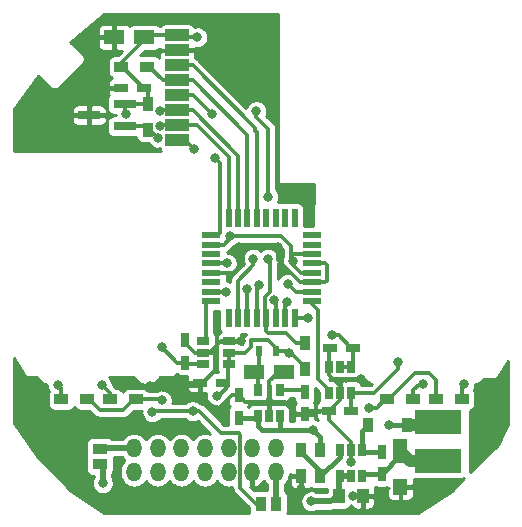
<source format=gtl>
%TF.GenerationSoftware,KiCad,Pcbnew,no-vcs-found-d190aa4~59~ubuntu15.04.1*%
%TF.CreationDate,2017-09-02T16:12:33+03:00*%
%TF.ProjectId,livolo_2_channels_1way_eu_switch,6C69766F6C6F5F325F6368616E6E656C,rev?*%
%TF.SameCoordinates,Original*%
%TF.FileFunction,Copper,L1,Top,Signal*%
%TF.FilePolarity,Positive*%
%FSLAX46Y46*%
G04 Gerber Fmt 4.6, Leading zero omitted, Abs format (unit mm)*
G04 Created by KiCad (PCBNEW no-vcs-found-d190aa4~59~ubuntu15.04.1) date Sat Sep  2 16:12:33 2017*
%MOMM*%
%LPD*%
G01*
G04 APERTURE LIST*
%ADD10O,1.300000X1.600000*%
%ADD11R,1.000000X1.250000*%
%ADD12R,4.000000X2.000000*%
%ADD13R,1.200000X2.000000*%
%ADD14R,1.200000X1.400000*%
%ADD15R,0.900000X1.200000*%
%ADD16R,0.650000X1.060000*%
%ADD17R,1.750000X1.260000*%
%ADD18R,0.750000X1.200000*%
%ADD19R,1.200000X0.750000*%
%ADD20R,0.550000X1.600000*%
%ADD21R,1.600000X0.550000*%
%ADD22R,1.200000X0.900000*%
%ADD23R,1.060000X0.650000*%
%ADD24R,1.900000X0.800000*%
%ADD25R,0.500000X0.900000*%
%ADD26R,2.000000X1.000000*%
%ADD27R,1.270000X0.970000*%
%ADD28R,0.970000X1.270000*%
%ADD29C,0.350000*%
%ADD30C,0.800000*%
%ADD31C,0.300000*%
%ADD32C,0.450000*%
%ADD33C,1.000000*%
%ADD34C,0.800000*%
%ADD35C,0.500000*%
%ADD36C,0.254000*%
G04 APERTURE END LIST*
D10*
X143650000Y-107550000D03*
X143650000Y-109550000D03*
X141650000Y-107550000D03*
X141650000Y-109550000D03*
X139650000Y-107550000D03*
X139650000Y-109550000D03*
X137650000Y-107550000D03*
X137650000Y-109550000D03*
X135650000Y-107550000D03*
X135650000Y-109550000D03*
X133650000Y-107550000D03*
X133650000Y-109550000D03*
X131650000Y-107550000D03*
X131650000Y-109550000D03*
D11*
X149000000Y-111600000D03*
X151000000Y-111600000D03*
D12*
X157400000Y-105350000D03*
X157400000Y-108600000D03*
D13*
X154200000Y-107800000D03*
D14*
X154200000Y-110800000D03*
D15*
X145800000Y-107700000D03*
X145800000Y-109900000D03*
D16*
X150000000Y-109900000D03*
X150950000Y-109900000D03*
X149050000Y-109900000D03*
X149050000Y-107700000D03*
X150000000Y-107700000D03*
X150950000Y-107700000D03*
D17*
X141775000Y-101092000D03*
X144325000Y-101092000D03*
D15*
X132812000Y-78384000D03*
X132812000Y-80584000D03*
D18*
X140500000Y-104950000D03*
X140500000Y-103050000D03*
X146100000Y-104650000D03*
X146100000Y-102750000D03*
X152600000Y-109750000D03*
X152600000Y-107850000D03*
D19*
X150050000Y-104400000D03*
X148150000Y-104400000D03*
D18*
X136000000Y-100300000D03*
X136000000Y-98400000D03*
D19*
X148250000Y-99100000D03*
X150150000Y-99100000D03*
X137250000Y-102000000D03*
X139150000Y-102000000D03*
D15*
X154750000Y-105600000D03*
X151450000Y-105600000D03*
D20*
X145250000Y-96550000D03*
X144450000Y-96550000D03*
X143650000Y-96550000D03*
X142850000Y-96550000D03*
X142050000Y-96550000D03*
X141250000Y-96550000D03*
X140450000Y-96550000D03*
X139650000Y-96550000D03*
D21*
X138200000Y-95100000D03*
X138200000Y-94300000D03*
X138200000Y-93500000D03*
X138200000Y-92700000D03*
X138200000Y-91900000D03*
X138200000Y-91100000D03*
X138200000Y-90300000D03*
X138200000Y-89500000D03*
D20*
X139650000Y-88050000D03*
X140450000Y-88050000D03*
X141250000Y-88050000D03*
X142050000Y-88050000D03*
X142850000Y-88050000D03*
X143650000Y-88050000D03*
X144450000Y-88050000D03*
X145250000Y-88050000D03*
D21*
X146700000Y-89500000D03*
X146700000Y-90300000D03*
X146700000Y-91100000D03*
X146700000Y-91900000D03*
X146700000Y-92700000D03*
X146700000Y-93500000D03*
X146700000Y-94300000D03*
X146700000Y-95100000D03*
D15*
X147400000Y-109900000D03*
X147400000Y-107700000D03*
X146100000Y-100800000D03*
X146100000Y-98600000D03*
D22*
X130550000Y-75250000D03*
X132750000Y-75250000D03*
X155300000Y-103400000D03*
X153100000Y-103400000D03*
X157200000Y-103400000D03*
X159400000Y-103400000D03*
X129600000Y-103400000D03*
X131800000Y-103400000D03*
X127700000Y-103400000D03*
X125500000Y-103400000D03*
D16*
X142100000Y-102650000D03*
X144000000Y-102650000D03*
X144000000Y-104850000D03*
X143050000Y-104850000D03*
X142100000Y-104850000D03*
X149100000Y-100650000D03*
X148150000Y-100650000D03*
X150050000Y-100650000D03*
X150050000Y-102850000D03*
X149100000Y-102850000D03*
X148150000Y-102850000D03*
D23*
X137500000Y-98500000D03*
X137500000Y-99450000D03*
X137500000Y-100400000D03*
X139700000Y-100400000D03*
X139700000Y-98500000D03*
X139700000Y-99450000D03*
D19*
X132450000Y-77050000D03*
X130550000Y-77050000D03*
D24*
X127850000Y-79350000D03*
X130850000Y-78400000D03*
X130850000Y-80300000D03*
D25*
X142200000Y-99300000D03*
X143700000Y-99300000D03*
D17*
X129975000Y-72750000D03*
X132525000Y-72750000D03*
D26*
X135300000Y-72600000D03*
X135300000Y-73870000D03*
X135300000Y-75140000D03*
X135300000Y-76410000D03*
X135300000Y-77680000D03*
X135300000Y-78950000D03*
X135300000Y-80220000D03*
X135300000Y-81490000D03*
D27*
X128750000Y-107610000D03*
X128750000Y-108890000D03*
D28*
X143640000Y-112250000D03*
X142360000Y-112250000D03*
D29*
X139920000Y-72426052D03*
X142460000Y-72426052D03*
X142460000Y-74966052D03*
X124680000Y-77506052D03*
X127220000Y-77506052D03*
X142460000Y-77506052D03*
X122140000Y-80046052D03*
X124680000Y-80046052D03*
X122140000Y-82100000D03*
X124690000Y-82072104D03*
X127230000Y-82072104D03*
X129770000Y-82072104D03*
X132310000Y-82072104D03*
X122140000Y-102906052D03*
X162780000Y-102906052D03*
X122140000Y-105446052D03*
X124680000Y-105446052D03*
X127220000Y-105446052D03*
X160240000Y-105446052D03*
X162780000Y-105446052D03*
X124680000Y-107986052D03*
X127220000Y-107986052D03*
X160240000Y-107986052D03*
X127000000Y-110750000D03*
X157700000Y-110526052D03*
X129000000Y-112250000D03*
X150080000Y-112816052D03*
X152620000Y-112816052D03*
X155160000Y-112816052D03*
D30*
X148400000Y-98000000D03*
X131000000Y-79249970D03*
X133198282Y-104505729D03*
X137000000Y-72750000D03*
X145092551Y-91657449D03*
X138671485Y-103086161D03*
X144800000Y-99500000D03*
X136600000Y-104400000D03*
X139800000Y-89550002D03*
X145800000Y-111000000D03*
X150000000Y-108719998D03*
X150200000Y-111600000D03*
X132984283Y-102270846D03*
X140710901Y-98476151D03*
X140500000Y-90499996D03*
X144250000Y-86250000D03*
X138250000Y-75000000D03*
X150891952Y-101651983D03*
X143802464Y-90525717D03*
X139500000Y-91900000D03*
X146800000Y-106000000D03*
X153200000Y-105600000D03*
X143000000Y-91500000D03*
X142000000Y-79000000D03*
X143000000Y-86250000D03*
X129000000Y-110500000D03*
X146650010Y-112049990D03*
X154000010Y-100250000D03*
X134000000Y-99000000D03*
X133862012Y-80250000D03*
X138500000Y-83000000D03*
X138243959Y-79256041D03*
X133861798Y-78999991D03*
X128900000Y-102200000D03*
X125194336Y-102172950D03*
X159591524Y-102115136D03*
X156099966Y-102100000D03*
X134000000Y-103500000D03*
X139449990Y-94299484D03*
X144621188Y-95174055D03*
X142250000Y-93750000D03*
X143521921Y-95008575D03*
X141249990Y-94090989D03*
X141750000Y-91499992D03*
X133649846Y-81250000D03*
X146359932Y-96536071D03*
X136750000Y-82250000D03*
X144665450Y-93634550D03*
X151500000Y-104100000D03*
D31*
X142360000Y-112250000D02*
X142000000Y-112250000D01*
X142000000Y-112250000D02*
X140650000Y-110900000D01*
X140650000Y-110900000D02*
X140650000Y-106400000D01*
X140650000Y-106400000D02*
X140500000Y-106250000D01*
X140500000Y-106250000D02*
X139000000Y-106250000D01*
X139000000Y-106250000D02*
X137150000Y-104400000D01*
X137150000Y-104400000D02*
X136600000Y-104400000D01*
X148965685Y-98000000D02*
X148400000Y-98000000D01*
X149900000Y-98934315D02*
X148965685Y-98000000D01*
X149900000Y-99100000D02*
X149900000Y-98934315D01*
X132525000Y-72750000D02*
X132525000Y-72975000D01*
X132525000Y-72975000D02*
X130550000Y-74950000D01*
X130550000Y-74950000D02*
X130550000Y-75250000D01*
X130999970Y-79249970D02*
X131000000Y-79249970D01*
X130850000Y-79100000D02*
X130999970Y-79249970D01*
X130850000Y-78400000D02*
X130850000Y-79100000D01*
X136600000Y-104400000D02*
X133304011Y-104400000D01*
X133304011Y-104400000D02*
X133198282Y-104505729D01*
X141007185Y-99450000D02*
X139700000Y-99450000D01*
X141510903Y-98479095D02*
X141510903Y-98946282D01*
X143700000Y-99100000D02*
X142999999Y-98399999D01*
X143700000Y-99300000D02*
X143700000Y-99100000D01*
X141510903Y-98946282D02*
X141007185Y-99450000D01*
X141589999Y-98399999D02*
X141510903Y-98479095D01*
X142999999Y-98399999D02*
X141589999Y-98399999D01*
X144900000Y-91464898D02*
X144900000Y-91000000D01*
X144900000Y-91000000D02*
X144900000Y-90400000D01*
X146700000Y-91100000D02*
X145000000Y-91100000D01*
X145000000Y-91100000D02*
X144900000Y-91000000D01*
X145092551Y-91657449D02*
X144900000Y-91464898D01*
X144900000Y-90400000D02*
X144050002Y-89550002D01*
X144050002Y-89550002D02*
X139800000Y-89550002D01*
X137000000Y-72750000D02*
X135450000Y-72750000D01*
X135450000Y-72750000D02*
X135300000Y-72600000D01*
X130550000Y-75250000D02*
X130650000Y-75250000D01*
X130650000Y-75250000D02*
X132450000Y-77050000D01*
X132812000Y-78384000D02*
X132812000Y-77412000D01*
X132812000Y-77412000D02*
X132450000Y-77050000D01*
X130850000Y-78400000D02*
X132796000Y-78400000D01*
X132796000Y-78400000D02*
X132812000Y-78384000D01*
X135300000Y-72600000D02*
X132675000Y-72600000D01*
X132675000Y-72600000D02*
X132525000Y-72750000D01*
X143700000Y-99300000D02*
X144600000Y-99300000D01*
X144600000Y-99300000D02*
X144800000Y-99500000D01*
X145092551Y-92011004D02*
X145092551Y-91657449D01*
X145781547Y-92700000D02*
X145092551Y-92011004D01*
X146700000Y-92700000D02*
X145781547Y-92700000D01*
X150150000Y-99100000D02*
X150150000Y-100550000D01*
X150150000Y-100550000D02*
X150050000Y-100650000D01*
X138671485Y-103086161D02*
X138813839Y-103086161D01*
X138813839Y-103086161D02*
X139600000Y-102300000D01*
X139600000Y-102300000D02*
X139600000Y-100500000D01*
X139600000Y-100500000D02*
X139700000Y-100400000D01*
X144950000Y-99500000D02*
X144800000Y-99500000D01*
X146100000Y-100650000D02*
X144950000Y-99500000D01*
X146100000Y-100800000D02*
X146100000Y-100650000D01*
X150050000Y-100650000D02*
X150050000Y-100855000D01*
X139800000Y-89550002D02*
X139800000Y-89775000D01*
X139800000Y-89775000D02*
X139275000Y-90300000D01*
X139275000Y-90300000D02*
X138200000Y-90300000D01*
X146100000Y-100800000D02*
X146100000Y-100950000D01*
X150050000Y-100650000D02*
X149100000Y-100650000D01*
X139700000Y-100400000D02*
X139700000Y-99450000D01*
X145800000Y-109900000D02*
X145800000Y-111000000D01*
X150000000Y-108719998D02*
X150000000Y-107700000D01*
X151000000Y-111600000D02*
X150200000Y-111600000D01*
X143892998Y-101092000D02*
X144325000Y-101092000D01*
X143100000Y-101884998D02*
X143892998Y-101092000D01*
X143100000Y-103560002D02*
X143100000Y-101884998D01*
X143030001Y-103630001D02*
X143100000Y-103560002D01*
X143802464Y-90525717D02*
X143776747Y-90500000D01*
X143776747Y-90500000D02*
X141025717Y-90500000D01*
X141025717Y-90500000D02*
X141000000Y-90525717D01*
X137079154Y-102270846D02*
X132984283Y-102270846D01*
X137150000Y-102200000D02*
X137079154Y-102270846D01*
X140687052Y-98500000D02*
X140710901Y-98476151D01*
X139700000Y-98500000D02*
X140687052Y-98500000D01*
X141000000Y-90525717D02*
X140525721Y-90525717D01*
X140899999Y-91850001D02*
X140899999Y-90625718D01*
X140899999Y-90625718D02*
X141000000Y-90525717D01*
X138200000Y-92700000D02*
X140050000Y-92700000D01*
X140050000Y-92700000D02*
X140899999Y-91850001D01*
X140525721Y-90525717D02*
X140500000Y-90499996D01*
X135300000Y-73870000D02*
X137120000Y-73870000D01*
X137120000Y-73870000D02*
X138250000Y-75000000D01*
X145800000Y-109900000D02*
X145800000Y-110300000D01*
X143802464Y-91569459D02*
X145733005Y-93500000D01*
X145733005Y-93500000D02*
X146700000Y-93500000D01*
X143802464Y-90525717D02*
X143802464Y-91569459D01*
X148150000Y-100650000D02*
X148150000Y-99200000D01*
X148150000Y-99200000D02*
X148250000Y-99100000D01*
X140500000Y-103050000D02*
X139950000Y-103050000D01*
X139950000Y-103050000D02*
X138700000Y-104300000D01*
X138700000Y-104300000D02*
X138200000Y-104300000D01*
X138200000Y-104300000D02*
X137250000Y-103350000D01*
X137250000Y-103350000D02*
X137250000Y-102000000D01*
X137250000Y-102000000D02*
X137475000Y-102000000D01*
X137475000Y-102000000D02*
X138525000Y-100950000D01*
X138525000Y-100950000D02*
X138525000Y-99000000D01*
X148150000Y-101325000D02*
X148150000Y-100650000D01*
X142150000Y-103630001D02*
X141080001Y-103630001D01*
X141080001Y-103630001D02*
X140500000Y-103050000D01*
X138075000Y-99450000D02*
X138525000Y-99000000D01*
X138525000Y-99000000D02*
X139025000Y-98500000D01*
X137500000Y-99450000D02*
X136825000Y-99450000D01*
X136000000Y-98625000D02*
X136000000Y-98400000D01*
X136825000Y-99450000D02*
X136000000Y-98625000D01*
X150000000Y-107700000D02*
X150000000Y-107000000D01*
X150000000Y-107000000D02*
X148150000Y-105150000D01*
X148150000Y-105150000D02*
X148150000Y-104400000D01*
X149100000Y-102850000D02*
X149100000Y-103450000D01*
X149100000Y-103450000D02*
X148150000Y-104400000D01*
X148150000Y-104400000D02*
X146350000Y-104400000D01*
X146350000Y-104400000D02*
X146100000Y-104650000D01*
X149100000Y-102275000D02*
X148425000Y-101600000D01*
X148425000Y-101600000D02*
X148150000Y-101325000D01*
X150891952Y-101651983D02*
X148476983Y-101651983D01*
X148476983Y-101651983D02*
X148425000Y-101600000D01*
X144405001Y-103630001D02*
X142150000Y-103630001D01*
X137500000Y-99450000D02*
X138075000Y-99450000D01*
X139025000Y-98500000D02*
X139700000Y-98500000D01*
X149100000Y-102850000D02*
X149100000Y-102275000D01*
X147950001Y-92050001D02*
X147950001Y-93349999D01*
X147950001Y-93349999D02*
X147800000Y-93500000D01*
X146700000Y-93500000D02*
X147800000Y-93500000D01*
X147800000Y-91900000D02*
X147950001Y-92050001D01*
X146700000Y-91900000D02*
X147800000Y-91900000D01*
X143750717Y-90525717D02*
X143802464Y-90525717D01*
X143600000Y-90375000D02*
X143750717Y-90525717D01*
X146700000Y-93500000D02*
X146633174Y-93433174D01*
X143050000Y-104850000D02*
X143050000Y-103650000D01*
X143050000Y-103650000D02*
X143030001Y-103630001D01*
X143030001Y-103630001D02*
X142150000Y-103630001D01*
X146200000Y-104750000D02*
X146100000Y-104650000D01*
X146100000Y-104650000D02*
X145425000Y-104650000D01*
X145425000Y-104650000D02*
X144405001Y-103630001D01*
X139750000Y-98550000D02*
X139700000Y-98500000D01*
X138200000Y-91900000D02*
X139500000Y-91900000D01*
X144000000Y-102650000D02*
X146000000Y-102650000D01*
X146000000Y-102650000D02*
X146100000Y-102750000D01*
D32*
X146775000Y-106025000D02*
X144000000Y-106025000D01*
X144000000Y-106025000D02*
X142445000Y-106025000D01*
X144000000Y-104850000D02*
X144000000Y-106025000D01*
X142100000Y-105680000D02*
X142100000Y-104850000D01*
X142445000Y-106025000D02*
X142100000Y-105680000D01*
X146800000Y-106000000D02*
X146775000Y-106025000D01*
X140500000Y-104950000D02*
X142000000Y-104950000D01*
X142000000Y-104950000D02*
X142100000Y-104850000D01*
D33*
X154750000Y-105600000D02*
X157150000Y-105600000D01*
D34*
X157150000Y-105600000D02*
X157400000Y-105350000D01*
D32*
X147400000Y-107700000D02*
X147400000Y-106600000D01*
X147400000Y-106600000D02*
X146800000Y-106000000D01*
X154850000Y-105600000D02*
X153200000Y-105600000D01*
D31*
X142850000Y-96550000D02*
X142763346Y-96463346D01*
X142763346Y-96463346D02*
X142763346Y-94706489D01*
X142763346Y-94706489D02*
X143149999Y-94319836D01*
X143149999Y-91649999D02*
X143000000Y-91500000D01*
X143149999Y-94319836D02*
X143149999Y-91649999D01*
X142000000Y-79500000D02*
X142000000Y-79000000D01*
X143000000Y-80500000D02*
X142000000Y-79500000D01*
X143000000Y-86250000D02*
X143000000Y-80500000D01*
X146100000Y-98600000D02*
X145350000Y-98600000D01*
X145350000Y-98600000D02*
X144550001Y-97800001D01*
X144550001Y-97800001D02*
X143000001Y-97800001D01*
X142850000Y-97650000D02*
X142850000Y-96550000D01*
X143000001Y-97800001D02*
X142850000Y-97650000D01*
D32*
X152600000Y-109750000D02*
X154200000Y-108150000D01*
X154200000Y-108150000D02*
X154200000Y-107800000D01*
D33*
X157400000Y-108600000D02*
X155000000Y-108600000D01*
X155000000Y-108600000D02*
X154200000Y-107800000D01*
D32*
X152600000Y-109750000D02*
X151100000Y-109750000D01*
X151100000Y-109750000D02*
X150950000Y-109900000D01*
X152600000Y-107850000D02*
X151100000Y-107850000D01*
X151100000Y-107850000D02*
X150950000Y-107700000D01*
X150950000Y-107700000D02*
X150950000Y-106100000D01*
X150950000Y-106100000D02*
X151450000Y-105600000D01*
D35*
X149000000Y-111600000D02*
X148800000Y-111600000D01*
X148800000Y-111600000D02*
X148350010Y-112049990D01*
X148350010Y-112049990D02*
X146650010Y-112049990D01*
X129000000Y-110500000D02*
X129000000Y-109140000D01*
X129000000Y-109140000D02*
X128750000Y-108890000D01*
X149000000Y-111600000D02*
X149000000Y-109950000D01*
X149000000Y-109950000D02*
X149050000Y-109900000D01*
X150000000Y-109900000D02*
X149050000Y-109900000D01*
D31*
X154000010Y-100815685D02*
X154000010Y-100250000D01*
X151965695Y-102850000D02*
X154000010Y-100815685D01*
X150050000Y-102850000D02*
X151965695Y-102850000D01*
X150050000Y-104400000D02*
X150050000Y-102850000D01*
X135300000Y-100300000D02*
X134000000Y-99000000D01*
X136000000Y-100300000D02*
X135300000Y-100300000D01*
X137500000Y-100400000D02*
X136100000Y-100400000D01*
X136100000Y-100400000D02*
X136000000Y-100300000D01*
X133892012Y-80220000D02*
X133862012Y-80250000D01*
X135300000Y-80220000D02*
X133892012Y-80220000D01*
X136978004Y-80220000D02*
X135300000Y-80220000D01*
X139650000Y-88050000D02*
X139650000Y-82891996D01*
X139650000Y-82891996D02*
X136978004Y-80220000D01*
X138200000Y-89500000D02*
X138750000Y-89500000D01*
X138750000Y-89500000D02*
X138899999Y-89350001D01*
X138899999Y-89350001D02*
X138899999Y-83399999D01*
X138899999Y-83399999D02*
X138500000Y-83000000D01*
X135300000Y-77680000D02*
X136667918Y-77680000D01*
X136667918Y-77680000D02*
X138243959Y-79256041D01*
X133911789Y-78950000D02*
X133861798Y-78999991D01*
X135300000Y-78950000D02*
X133911789Y-78950000D01*
X140450000Y-88050000D02*
X140450000Y-82800000D01*
X140450000Y-82800000D02*
X136600000Y-78950000D01*
X136600000Y-78950000D02*
X135300000Y-78950000D01*
X129600000Y-103400000D02*
X129600000Y-102900000D01*
X129600000Y-102900000D02*
X128900000Y-102200000D01*
X125500000Y-103400000D02*
X125500000Y-102478614D01*
X125500000Y-102478614D02*
X125194336Y-102172950D01*
X159400000Y-103400000D02*
X159400000Y-102306660D01*
X159400000Y-102306660D02*
X159591524Y-102115136D01*
X155850000Y-102100000D02*
X156099966Y-102100000D01*
X155300000Y-103400000D02*
X155300000Y-102650000D01*
X155300000Y-102650000D02*
X155850000Y-102100000D01*
X138200000Y-95100000D02*
X137900000Y-95100000D01*
X137900000Y-95100000D02*
X137750000Y-95250000D01*
X137750000Y-95250000D02*
X137750000Y-98455000D01*
X137750000Y-98455000D02*
X137705000Y-98500000D01*
X137705000Y-98500000D02*
X137500000Y-98500000D01*
X131800000Y-103400000D02*
X133900000Y-103400000D01*
X133900000Y-103400000D02*
X134000000Y-103500000D01*
X139449474Y-94300000D02*
X139449990Y-94299484D01*
X138200000Y-94300000D02*
X139449474Y-94300000D01*
X146700000Y-95100000D02*
X146700000Y-95300000D01*
X147200000Y-95800000D02*
X147200000Y-101695000D01*
X146700000Y-95300000D02*
X147200000Y-95800000D01*
X147200000Y-101695000D02*
X148150000Y-102645000D01*
X148150000Y-102645000D02*
X148150000Y-102850000D01*
X144450000Y-96550000D02*
X144450000Y-95345243D01*
X144450000Y-95345243D02*
X144621188Y-95174055D01*
X142050000Y-96550000D02*
X142050000Y-93950000D01*
X142050000Y-93950000D02*
X142250000Y-93750000D01*
X143650000Y-96550000D02*
X143650000Y-95136654D01*
X143650000Y-95136654D02*
X143521921Y-95008575D01*
X141250000Y-96550000D02*
X141250000Y-94090999D01*
X141250000Y-94090999D02*
X141249990Y-94090989D01*
X140449988Y-93365689D02*
X141750000Y-92065677D01*
X140449988Y-95449988D02*
X140449988Y-93365689D01*
X140450000Y-95450000D02*
X140449988Y-95449988D01*
X141750000Y-92065677D02*
X141750000Y-91499992D01*
X140450000Y-96550000D02*
X140450000Y-95450000D01*
X133249847Y-80850001D02*
X133649846Y-81250000D01*
X132983846Y-80584000D02*
X133249847Y-80850001D01*
X132812000Y-80584000D02*
X132983846Y-80584000D01*
X130850000Y-80300000D02*
X132528000Y-80300000D01*
X132528000Y-80300000D02*
X132812000Y-80584000D01*
X142200000Y-99300000D02*
X142200000Y-100667000D01*
X142200000Y-100667000D02*
X141775000Y-101092000D01*
X142100000Y-102650000D02*
X142100000Y-101417000D01*
X142100000Y-101417000D02*
X141775000Y-101092000D01*
X146346003Y-96550000D02*
X146359932Y-96536071D01*
X145250000Y-96550000D02*
X146346003Y-96550000D01*
X135300000Y-81490000D02*
X135990000Y-81490000D01*
X135990000Y-81490000D02*
X136750000Y-82250000D01*
X127700000Y-103400000D02*
X127850000Y-103400000D01*
X127850000Y-103400000D02*
X128750001Y-104300001D01*
X131650000Y-103400000D02*
X131800000Y-103400000D01*
X128750001Y-104300001D02*
X130749999Y-104300001D01*
X130749999Y-104300001D02*
X131650000Y-103400000D01*
X153100000Y-103400000D02*
X152900000Y-103400000D01*
X152900000Y-103400000D02*
X152200000Y-104100000D01*
X152200000Y-104100000D02*
X151500000Y-104100000D01*
X157200000Y-103400000D02*
X157200000Y-101800000D01*
X157200000Y-101800000D02*
X156600000Y-101200000D01*
X156600000Y-101200000D02*
X155450000Y-101200000D01*
X155450000Y-101200000D02*
X153250000Y-103400000D01*
X153250000Y-103400000D02*
X153100000Y-103400000D01*
X146700000Y-94300000D02*
X145330900Y-94300000D01*
X145330900Y-94300000D02*
X144665450Y-93634550D01*
D32*
X147400000Y-109900000D02*
X147400000Y-109504998D01*
X147400000Y-109504998D02*
X145800000Y-107904998D01*
X145800000Y-107904998D02*
X145800000Y-107700000D01*
X149050000Y-107700000D02*
X149050000Y-108250000D01*
X149050000Y-108250000D02*
X147400000Y-109900000D01*
D31*
X149050000Y-107905000D02*
X149050000Y-107700000D01*
X135300000Y-76410000D02*
X134060000Y-76410000D01*
X134060000Y-76410000D02*
X132900000Y-75250000D01*
X132900000Y-75250000D02*
X132750000Y-75250000D01*
X141250000Y-88050000D02*
X141250000Y-81060000D01*
X141250000Y-81060000D02*
X136600000Y-76410000D01*
X136600000Y-76410000D02*
X135300000Y-76410000D01*
X136600000Y-75140000D02*
X135300000Y-75140000D01*
X141899998Y-80439998D02*
X136600000Y-75140000D01*
X142050000Y-88050000D02*
X142050000Y-80808004D01*
X141899998Y-80658002D02*
X141899998Y-80439998D01*
X142050000Y-80808004D02*
X141899998Y-80658002D01*
D35*
X131650000Y-107550000D02*
X128810000Y-107550000D01*
X128810000Y-107550000D02*
X128750000Y-107610000D01*
X143650000Y-109550000D02*
X143650000Y-112240000D01*
X143650000Y-112240000D02*
X143640000Y-112250000D01*
D36*
G36*
X144954750Y-109827000D02*
X145727000Y-109827000D01*
X145727000Y-109807000D01*
X145873000Y-109807000D01*
X145873000Y-109827000D01*
X145893000Y-109827000D01*
X145893000Y-109973000D01*
X145873000Y-109973000D01*
X145873000Y-110895250D01*
X146004750Y-111027000D01*
X146301905Y-111027000D01*
X146403720Y-111006748D01*
X146499628Y-110967021D01*
X146585943Y-110909348D01*
X146600428Y-110894863D01*
X146655798Y-110940304D01*
X146747350Y-110989239D01*
X146846690Y-111019374D01*
X146950000Y-111029549D01*
X147850000Y-111029549D01*
X147953310Y-111019374D01*
X147970451Y-111014174D01*
X147970451Y-111272990D01*
X147155877Y-111272990D01*
X147093047Y-111230611D01*
X146925458Y-111160163D01*
X146747377Y-111123608D01*
X146565587Y-111122339D01*
X146387013Y-111156403D01*
X146218457Y-111224505D01*
X146066338Y-111324048D01*
X145936451Y-111451243D01*
X145833743Y-111601244D01*
X145762127Y-111768337D01*
X145724330Y-111946158D01*
X145721792Y-112127935D01*
X145754609Y-112306742D01*
X145821532Y-112475770D01*
X145920011Y-112628580D01*
X146046296Y-112759352D01*
X146195576Y-112863104D01*
X146362165Y-112935885D01*
X146539718Y-112974922D01*
X146721473Y-112978730D01*
X146900505Y-112947161D01*
X147069996Y-112881420D01*
X147155764Y-112826990D01*
X148350010Y-112826990D01*
X148421492Y-112819981D01*
X148492940Y-112813730D01*
X148496860Y-112812591D01*
X148500930Y-112812192D01*
X148569678Y-112791436D01*
X148638563Y-112771423D01*
X148642189Y-112769543D01*
X148646102Y-112768362D01*
X148672081Y-112754549D01*
X149500000Y-112754549D01*
X149603310Y-112744374D01*
X149702650Y-112714239D01*
X149794202Y-112665304D01*
X149874448Y-112599448D01*
X149940304Y-112519202D01*
X149989239Y-112427650D01*
X149999504Y-112393813D01*
X150032979Y-112474628D01*
X150090652Y-112560943D01*
X150164057Y-112634348D01*
X150250372Y-112692021D01*
X150346280Y-112731748D01*
X150448095Y-112752000D01*
X150795250Y-112752000D01*
X150927000Y-112620250D01*
X150927000Y-111673000D01*
X151073000Y-111673000D01*
X151073000Y-112620250D01*
X151204750Y-112752000D01*
X151551905Y-112752000D01*
X151653720Y-112731748D01*
X151749628Y-112692021D01*
X151835943Y-112634348D01*
X151909348Y-112560943D01*
X151967021Y-112474628D01*
X152006748Y-112378720D01*
X152027000Y-112276905D01*
X152027000Y-111804750D01*
X151895250Y-111673000D01*
X151073000Y-111673000D01*
X150927000Y-111673000D01*
X150907000Y-111673000D01*
X150907000Y-111527000D01*
X150927000Y-111527000D01*
X150927000Y-111507000D01*
X151073000Y-111507000D01*
X151073000Y-111527000D01*
X151895250Y-111527000D01*
X152027000Y-111395250D01*
X152027000Y-110923095D01*
X152008889Y-110832044D01*
X152022350Y-110839239D01*
X152121690Y-110869374D01*
X152225000Y-110879549D01*
X152975000Y-110879549D01*
X153073000Y-110869897D01*
X153073000Y-110873002D01*
X153204748Y-110873002D01*
X153073000Y-111004750D01*
X153073000Y-111551905D01*
X153093252Y-111653720D01*
X153132979Y-111749628D01*
X153190652Y-111835943D01*
X153264057Y-111909348D01*
X153350372Y-111967021D01*
X153446280Y-112006748D01*
X153548095Y-112027000D01*
X153995250Y-112027000D01*
X154127000Y-111895250D01*
X154127000Y-110873000D01*
X154273000Y-110873000D01*
X154273000Y-111895250D01*
X154404750Y-112027000D01*
X154851905Y-112027000D01*
X154953720Y-112006748D01*
X155049628Y-111967021D01*
X155135943Y-111909348D01*
X155209348Y-111835943D01*
X155267021Y-111749628D01*
X155306748Y-111653720D01*
X155327000Y-111551905D01*
X155327000Y-111004750D01*
X155195250Y-110873000D01*
X154273000Y-110873000D01*
X154127000Y-110873000D01*
X154107000Y-110873000D01*
X154107000Y-110727000D01*
X154127000Y-110727000D01*
X154127000Y-110707000D01*
X154273000Y-110707000D01*
X154273000Y-110727000D01*
X155195250Y-110727000D01*
X155327000Y-110595250D01*
X155327000Y-110122359D01*
X155400000Y-110129549D01*
X159400000Y-110129549D01*
X159503310Y-110119374D01*
X159594426Y-110091734D01*
X158533070Y-111153879D01*
X155723843Y-113024320D01*
X144633450Y-113024320D01*
X144644374Y-112988310D01*
X144654549Y-112885000D01*
X144654549Y-111615000D01*
X144644374Y-111511690D01*
X144614239Y-111412350D01*
X144565304Y-111320798D01*
X144499448Y-111240552D01*
X144427000Y-111181096D01*
X144427000Y-110584745D01*
X144473504Y-110547355D01*
X144621159Y-110371387D01*
X144731822Y-110170091D01*
X144752549Y-110104750D01*
X144823000Y-110104750D01*
X144823000Y-110551905D01*
X144843252Y-110653720D01*
X144882979Y-110749628D01*
X144940652Y-110835943D01*
X145014057Y-110909348D01*
X145100372Y-110967021D01*
X145196280Y-111006748D01*
X145298095Y-111027000D01*
X145595250Y-111027000D01*
X145727000Y-110895250D01*
X145727000Y-109973000D01*
X144954750Y-109973000D01*
X144823000Y-110104750D01*
X144752549Y-110104750D01*
X144801280Y-109951133D01*
X144826885Y-109722854D01*
X144827000Y-109706421D01*
X144827000Y-109699250D01*
X144954750Y-109827000D01*
X144954750Y-109827000D01*
G37*
X144954750Y-109827000D02*
X145727000Y-109827000D01*
X145727000Y-109807000D01*
X145873000Y-109807000D01*
X145873000Y-109827000D01*
X145893000Y-109827000D01*
X145893000Y-109973000D01*
X145873000Y-109973000D01*
X145873000Y-110895250D01*
X146004750Y-111027000D01*
X146301905Y-111027000D01*
X146403720Y-111006748D01*
X146499628Y-110967021D01*
X146585943Y-110909348D01*
X146600428Y-110894863D01*
X146655798Y-110940304D01*
X146747350Y-110989239D01*
X146846690Y-111019374D01*
X146950000Y-111029549D01*
X147850000Y-111029549D01*
X147953310Y-111019374D01*
X147970451Y-111014174D01*
X147970451Y-111272990D01*
X147155877Y-111272990D01*
X147093047Y-111230611D01*
X146925458Y-111160163D01*
X146747377Y-111123608D01*
X146565587Y-111122339D01*
X146387013Y-111156403D01*
X146218457Y-111224505D01*
X146066338Y-111324048D01*
X145936451Y-111451243D01*
X145833743Y-111601244D01*
X145762127Y-111768337D01*
X145724330Y-111946158D01*
X145721792Y-112127935D01*
X145754609Y-112306742D01*
X145821532Y-112475770D01*
X145920011Y-112628580D01*
X146046296Y-112759352D01*
X146195576Y-112863104D01*
X146362165Y-112935885D01*
X146539718Y-112974922D01*
X146721473Y-112978730D01*
X146900505Y-112947161D01*
X147069996Y-112881420D01*
X147155764Y-112826990D01*
X148350010Y-112826990D01*
X148421492Y-112819981D01*
X148492940Y-112813730D01*
X148496860Y-112812591D01*
X148500930Y-112812192D01*
X148569678Y-112791436D01*
X148638563Y-112771423D01*
X148642189Y-112769543D01*
X148646102Y-112768362D01*
X148672081Y-112754549D01*
X149500000Y-112754549D01*
X149603310Y-112744374D01*
X149702650Y-112714239D01*
X149794202Y-112665304D01*
X149874448Y-112599448D01*
X149940304Y-112519202D01*
X149989239Y-112427650D01*
X149999504Y-112393813D01*
X150032979Y-112474628D01*
X150090652Y-112560943D01*
X150164057Y-112634348D01*
X150250372Y-112692021D01*
X150346280Y-112731748D01*
X150448095Y-112752000D01*
X150795250Y-112752000D01*
X150927000Y-112620250D01*
X150927000Y-111673000D01*
X151073000Y-111673000D01*
X151073000Y-112620250D01*
X151204750Y-112752000D01*
X151551905Y-112752000D01*
X151653720Y-112731748D01*
X151749628Y-112692021D01*
X151835943Y-112634348D01*
X151909348Y-112560943D01*
X151967021Y-112474628D01*
X152006748Y-112378720D01*
X152027000Y-112276905D01*
X152027000Y-111804750D01*
X151895250Y-111673000D01*
X151073000Y-111673000D01*
X150927000Y-111673000D01*
X150907000Y-111673000D01*
X150907000Y-111527000D01*
X150927000Y-111527000D01*
X150927000Y-111507000D01*
X151073000Y-111507000D01*
X151073000Y-111527000D01*
X151895250Y-111527000D01*
X152027000Y-111395250D01*
X152027000Y-110923095D01*
X152008889Y-110832044D01*
X152022350Y-110839239D01*
X152121690Y-110869374D01*
X152225000Y-110879549D01*
X152975000Y-110879549D01*
X153073000Y-110869897D01*
X153073000Y-110873002D01*
X153204748Y-110873002D01*
X153073000Y-111004750D01*
X153073000Y-111551905D01*
X153093252Y-111653720D01*
X153132979Y-111749628D01*
X153190652Y-111835943D01*
X153264057Y-111909348D01*
X153350372Y-111967021D01*
X153446280Y-112006748D01*
X153548095Y-112027000D01*
X153995250Y-112027000D01*
X154127000Y-111895250D01*
X154127000Y-110873000D01*
X154273000Y-110873000D01*
X154273000Y-111895250D01*
X154404750Y-112027000D01*
X154851905Y-112027000D01*
X154953720Y-112006748D01*
X155049628Y-111967021D01*
X155135943Y-111909348D01*
X155209348Y-111835943D01*
X155267021Y-111749628D01*
X155306748Y-111653720D01*
X155327000Y-111551905D01*
X155327000Y-111004750D01*
X155195250Y-110873000D01*
X154273000Y-110873000D01*
X154127000Y-110873000D01*
X154107000Y-110873000D01*
X154107000Y-110727000D01*
X154127000Y-110727000D01*
X154127000Y-110707000D01*
X154273000Y-110707000D01*
X154273000Y-110727000D01*
X155195250Y-110727000D01*
X155327000Y-110595250D01*
X155327000Y-110122359D01*
X155400000Y-110129549D01*
X159400000Y-110129549D01*
X159503310Y-110119374D01*
X159594426Y-110091734D01*
X158533070Y-111153879D01*
X155723843Y-113024320D01*
X144633450Y-113024320D01*
X144644374Y-112988310D01*
X144654549Y-112885000D01*
X144654549Y-111615000D01*
X144644374Y-111511690D01*
X144614239Y-111412350D01*
X144565304Y-111320798D01*
X144499448Y-111240552D01*
X144427000Y-111181096D01*
X144427000Y-110584745D01*
X144473504Y-110547355D01*
X144621159Y-110371387D01*
X144731822Y-110170091D01*
X144752549Y-110104750D01*
X144823000Y-110104750D01*
X144823000Y-110551905D01*
X144843252Y-110653720D01*
X144882979Y-110749628D01*
X144940652Y-110835943D01*
X145014057Y-110909348D01*
X145100372Y-110967021D01*
X145196280Y-111006748D01*
X145298095Y-111027000D01*
X145595250Y-111027000D01*
X145727000Y-110895250D01*
X145727000Y-109973000D01*
X144954750Y-109973000D01*
X144823000Y-110104750D01*
X144752549Y-110104750D01*
X144801280Y-109951133D01*
X144826885Y-109722854D01*
X144827000Y-109706421D01*
X144827000Y-109699250D01*
X144954750Y-109827000D01*
G36*
X122390707Y-101464684D02*
X122410197Y-101489803D01*
X122451399Y-101517333D01*
X122500000Y-101527000D01*
X123384796Y-101527000D01*
X123494381Y-101697044D01*
X123668346Y-101877190D01*
X123873989Y-102020115D01*
X124103476Y-102120376D01*
X124267437Y-102156425D01*
X124266118Y-102250895D01*
X124298935Y-102429702D01*
X124365858Y-102598730D01*
X124433827Y-102704197D01*
X124410761Y-102747350D01*
X124380626Y-102846690D01*
X124370451Y-102950000D01*
X124370451Y-103850000D01*
X124380626Y-103953310D01*
X124410761Y-104052650D01*
X124459696Y-104144202D01*
X124525552Y-104224448D01*
X124605798Y-104290304D01*
X124697350Y-104339239D01*
X124796690Y-104369374D01*
X124900000Y-104379549D01*
X126100000Y-104379549D01*
X126203310Y-104369374D01*
X126302650Y-104339239D01*
X126394202Y-104290304D01*
X126474448Y-104224448D01*
X126540304Y-104144202D01*
X126589239Y-104052650D01*
X126600000Y-104017176D01*
X126610761Y-104052650D01*
X126659696Y-104144202D01*
X126725552Y-104224448D01*
X126805798Y-104290304D01*
X126897350Y-104339239D01*
X126996690Y-104369374D01*
X127100000Y-104379549D01*
X127872126Y-104379549D01*
X128271290Y-104778713D01*
X128319627Y-104818417D01*
X128367518Y-104858603D01*
X128370638Y-104860318D01*
X128373389Y-104862578D01*
X128428510Y-104892134D01*
X128483302Y-104922256D01*
X128486695Y-104923332D01*
X128489833Y-104925015D01*
X128549665Y-104943307D01*
X128609245Y-104962207D01*
X128612781Y-104962604D01*
X128616187Y-104963645D01*
X128678428Y-104969967D01*
X128740549Y-104976935D01*
X128747506Y-104976984D01*
X128747638Y-104976997D01*
X128747761Y-104976985D01*
X128750001Y-104977001D01*
X130749999Y-104977001D01*
X130812209Y-104970901D01*
X130874534Y-104965449D01*
X130877954Y-104964455D01*
X130881496Y-104964108D01*
X130941367Y-104946032D01*
X131001415Y-104928586D01*
X131004574Y-104926949D01*
X131007984Y-104925919D01*
X131063218Y-104896550D01*
X131118720Y-104867781D01*
X131121502Y-104865560D01*
X131124645Y-104863889D01*
X131173096Y-104824373D01*
X131221980Y-104785349D01*
X131226936Y-104780462D01*
X131227036Y-104780380D01*
X131227113Y-104780287D01*
X131228710Y-104778712D01*
X131627873Y-104379549D01*
X132277352Y-104379549D01*
X132272602Y-104401897D01*
X132270064Y-104583674D01*
X132302881Y-104762481D01*
X132369804Y-104931509D01*
X132468283Y-105084319D01*
X132594568Y-105215091D01*
X132743848Y-105318843D01*
X132910437Y-105391624D01*
X133087990Y-105430661D01*
X133269745Y-105434469D01*
X133448777Y-105402900D01*
X133618268Y-105337159D01*
X133771761Y-105239749D01*
X133903412Y-105114380D01*
X133929780Y-105077000D01*
X135965034Y-105077000D01*
X135996286Y-105109362D01*
X136145566Y-105213114D01*
X136312155Y-105285895D01*
X136489708Y-105324932D01*
X136671463Y-105328740D01*
X136850495Y-105297171D01*
X137019986Y-105231430D01*
X137022447Y-105229869D01*
X138098890Y-106306312D01*
X137886669Y-106240619D01*
X137658217Y-106216608D01*
X137429452Y-106237427D01*
X137209088Y-106302284D01*
X137005518Y-106408707D01*
X136826496Y-106552645D01*
X136678841Y-106728613D01*
X136650508Y-106780151D01*
X136630348Y-106742237D01*
X136485165Y-106564225D01*
X136308170Y-106417802D01*
X136106106Y-106308546D01*
X135886669Y-106240619D01*
X135658217Y-106216608D01*
X135429452Y-106237427D01*
X135209088Y-106302284D01*
X135005518Y-106408707D01*
X134826496Y-106552645D01*
X134678841Y-106728613D01*
X134650508Y-106780151D01*
X134630348Y-106742237D01*
X134485165Y-106564225D01*
X134308170Y-106417802D01*
X134106106Y-106308546D01*
X133886669Y-106240619D01*
X133658217Y-106216608D01*
X133429452Y-106237427D01*
X133209088Y-106302284D01*
X133005518Y-106408707D01*
X132826496Y-106552645D01*
X132678841Y-106728613D01*
X132650508Y-106780151D01*
X132630348Y-106742237D01*
X132485165Y-106564225D01*
X132308170Y-106417802D01*
X132106106Y-106308546D01*
X131886669Y-106240619D01*
X131658217Y-106216608D01*
X131429452Y-106237427D01*
X131209088Y-106302284D01*
X131005518Y-106408707D01*
X130826496Y-106552645D01*
X130678841Y-106728613D01*
X130654439Y-106773000D01*
X129777871Y-106773000D01*
X129759448Y-106750552D01*
X129679202Y-106684696D01*
X129587650Y-106635761D01*
X129488310Y-106605626D01*
X129385000Y-106595451D01*
X128115000Y-106595451D01*
X128011690Y-106605626D01*
X127912350Y-106635761D01*
X127820798Y-106684696D01*
X127740552Y-106750552D01*
X127674696Y-106830798D01*
X127625761Y-106922350D01*
X127595626Y-107021690D01*
X127585451Y-107125000D01*
X127585451Y-108095000D01*
X127595626Y-108198310D01*
X127611306Y-108250000D01*
X127595626Y-108301690D01*
X127585451Y-108405000D01*
X127585451Y-109375000D01*
X127595626Y-109478310D01*
X127625761Y-109577650D01*
X127674696Y-109669202D01*
X127740552Y-109749448D01*
X127820798Y-109815304D01*
X127912350Y-109864239D01*
X128011690Y-109894374D01*
X128115000Y-109904549D01*
X128223000Y-109904549D01*
X128223000Y-109993906D01*
X128183733Y-110051254D01*
X128112117Y-110218347D01*
X128074320Y-110396168D01*
X128071782Y-110577945D01*
X128104599Y-110756752D01*
X128171522Y-110925780D01*
X128270001Y-111078590D01*
X128396286Y-111209362D01*
X128545566Y-111313114D01*
X128712155Y-111385895D01*
X128889708Y-111424932D01*
X129071463Y-111428740D01*
X129250495Y-111397171D01*
X129419986Y-111331430D01*
X129573479Y-111234020D01*
X129705130Y-111108651D01*
X129809921Y-110960099D01*
X129883864Y-110794022D01*
X129924140Y-110616746D01*
X129927039Y-110409103D01*
X129891729Y-110230771D01*
X129822452Y-110062694D01*
X129777000Y-109994283D01*
X129777000Y-109728061D01*
X129825304Y-109669202D01*
X129874239Y-109577650D01*
X129904374Y-109478310D01*
X129914549Y-109375000D01*
X129914549Y-108405000D01*
X129906867Y-108327000D01*
X130653295Y-108327000D01*
X130669652Y-108357763D01*
X130814835Y-108535775D01*
X130830924Y-108549085D01*
X130826496Y-108552645D01*
X130678841Y-108728613D01*
X130568178Y-108929909D01*
X130498720Y-109148867D01*
X130473115Y-109377146D01*
X130473000Y-109393579D01*
X130473000Y-109706421D01*
X130495416Y-109935035D01*
X130561809Y-110154941D01*
X130669652Y-110357763D01*
X130814835Y-110535775D01*
X130991830Y-110682198D01*
X131193894Y-110791454D01*
X131413331Y-110859381D01*
X131641783Y-110883392D01*
X131870548Y-110862573D01*
X132090912Y-110797716D01*
X132294482Y-110691293D01*
X132473504Y-110547355D01*
X132621159Y-110371387D01*
X132649492Y-110319849D01*
X132669652Y-110357763D01*
X132814835Y-110535775D01*
X132991830Y-110682198D01*
X133193894Y-110791454D01*
X133413331Y-110859381D01*
X133641783Y-110883392D01*
X133870548Y-110862573D01*
X134090912Y-110797716D01*
X134294482Y-110691293D01*
X134473504Y-110547355D01*
X134621159Y-110371387D01*
X134649492Y-110319849D01*
X134669652Y-110357763D01*
X134814835Y-110535775D01*
X134991830Y-110682198D01*
X135193894Y-110791454D01*
X135413331Y-110859381D01*
X135641783Y-110883392D01*
X135870548Y-110862573D01*
X136090912Y-110797716D01*
X136294482Y-110691293D01*
X136473504Y-110547355D01*
X136621159Y-110371387D01*
X136649492Y-110319849D01*
X136669652Y-110357763D01*
X136814835Y-110535775D01*
X136991830Y-110682198D01*
X137193894Y-110791454D01*
X137413331Y-110859381D01*
X137641783Y-110883392D01*
X137870548Y-110862573D01*
X138090912Y-110797716D01*
X138294482Y-110691293D01*
X138473504Y-110547355D01*
X138621159Y-110371387D01*
X138649492Y-110319849D01*
X138669652Y-110357763D01*
X138814835Y-110535775D01*
X138991830Y-110682198D01*
X139193894Y-110791454D01*
X139413331Y-110859381D01*
X139641783Y-110883392D01*
X139870548Y-110862573D01*
X139973000Y-110832420D01*
X139973000Y-110900000D01*
X139979100Y-110962210D01*
X139984552Y-111024535D01*
X139985546Y-111027955D01*
X139985893Y-111031497D01*
X140003969Y-111091368D01*
X140021415Y-111151416D01*
X140023052Y-111154575D01*
X140024082Y-111157985D01*
X140053451Y-111213219D01*
X140082220Y-111268721D01*
X140084441Y-111271503D01*
X140086112Y-111274646D01*
X140125628Y-111323097D01*
X140164652Y-111371981D01*
X140169539Y-111376937D01*
X140169621Y-111377037D01*
X140169714Y-111377114D01*
X140171289Y-111378711D01*
X141345451Y-112552874D01*
X141345451Y-112885000D01*
X141355626Y-112988310D01*
X141366550Y-113024320D01*
X129075218Y-113024320D01*
X126267283Y-111154740D01*
X123387738Y-108242179D01*
X121476700Y-105423176D01*
X121476700Y-99920327D01*
X122390707Y-101464684D01*
X122390707Y-101464684D01*
G37*
X122390707Y-101464684D02*
X122410197Y-101489803D01*
X122451399Y-101517333D01*
X122500000Y-101527000D01*
X123384796Y-101527000D01*
X123494381Y-101697044D01*
X123668346Y-101877190D01*
X123873989Y-102020115D01*
X124103476Y-102120376D01*
X124267437Y-102156425D01*
X124266118Y-102250895D01*
X124298935Y-102429702D01*
X124365858Y-102598730D01*
X124433827Y-102704197D01*
X124410761Y-102747350D01*
X124380626Y-102846690D01*
X124370451Y-102950000D01*
X124370451Y-103850000D01*
X124380626Y-103953310D01*
X124410761Y-104052650D01*
X124459696Y-104144202D01*
X124525552Y-104224448D01*
X124605798Y-104290304D01*
X124697350Y-104339239D01*
X124796690Y-104369374D01*
X124900000Y-104379549D01*
X126100000Y-104379549D01*
X126203310Y-104369374D01*
X126302650Y-104339239D01*
X126394202Y-104290304D01*
X126474448Y-104224448D01*
X126540304Y-104144202D01*
X126589239Y-104052650D01*
X126600000Y-104017176D01*
X126610761Y-104052650D01*
X126659696Y-104144202D01*
X126725552Y-104224448D01*
X126805798Y-104290304D01*
X126897350Y-104339239D01*
X126996690Y-104369374D01*
X127100000Y-104379549D01*
X127872126Y-104379549D01*
X128271290Y-104778713D01*
X128319627Y-104818417D01*
X128367518Y-104858603D01*
X128370638Y-104860318D01*
X128373389Y-104862578D01*
X128428510Y-104892134D01*
X128483302Y-104922256D01*
X128486695Y-104923332D01*
X128489833Y-104925015D01*
X128549665Y-104943307D01*
X128609245Y-104962207D01*
X128612781Y-104962604D01*
X128616187Y-104963645D01*
X128678428Y-104969967D01*
X128740549Y-104976935D01*
X128747506Y-104976984D01*
X128747638Y-104976997D01*
X128747761Y-104976985D01*
X128750001Y-104977001D01*
X130749999Y-104977001D01*
X130812209Y-104970901D01*
X130874534Y-104965449D01*
X130877954Y-104964455D01*
X130881496Y-104964108D01*
X130941367Y-104946032D01*
X131001415Y-104928586D01*
X131004574Y-104926949D01*
X131007984Y-104925919D01*
X131063218Y-104896550D01*
X131118720Y-104867781D01*
X131121502Y-104865560D01*
X131124645Y-104863889D01*
X131173096Y-104824373D01*
X131221980Y-104785349D01*
X131226936Y-104780462D01*
X131227036Y-104780380D01*
X131227113Y-104780287D01*
X131228710Y-104778712D01*
X131627873Y-104379549D01*
X132277352Y-104379549D01*
X132272602Y-104401897D01*
X132270064Y-104583674D01*
X132302881Y-104762481D01*
X132369804Y-104931509D01*
X132468283Y-105084319D01*
X132594568Y-105215091D01*
X132743848Y-105318843D01*
X132910437Y-105391624D01*
X133087990Y-105430661D01*
X133269745Y-105434469D01*
X133448777Y-105402900D01*
X133618268Y-105337159D01*
X133771761Y-105239749D01*
X133903412Y-105114380D01*
X133929780Y-105077000D01*
X135965034Y-105077000D01*
X135996286Y-105109362D01*
X136145566Y-105213114D01*
X136312155Y-105285895D01*
X136489708Y-105324932D01*
X136671463Y-105328740D01*
X136850495Y-105297171D01*
X137019986Y-105231430D01*
X137022447Y-105229869D01*
X138098890Y-106306312D01*
X137886669Y-106240619D01*
X137658217Y-106216608D01*
X137429452Y-106237427D01*
X137209088Y-106302284D01*
X137005518Y-106408707D01*
X136826496Y-106552645D01*
X136678841Y-106728613D01*
X136650508Y-106780151D01*
X136630348Y-106742237D01*
X136485165Y-106564225D01*
X136308170Y-106417802D01*
X136106106Y-106308546D01*
X135886669Y-106240619D01*
X135658217Y-106216608D01*
X135429452Y-106237427D01*
X135209088Y-106302284D01*
X135005518Y-106408707D01*
X134826496Y-106552645D01*
X134678841Y-106728613D01*
X134650508Y-106780151D01*
X134630348Y-106742237D01*
X134485165Y-106564225D01*
X134308170Y-106417802D01*
X134106106Y-106308546D01*
X133886669Y-106240619D01*
X133658217Y-106216608D01*
X133429452Y-106237427D01*
X133209088Y-106302284D01*
X133005518Y-106408707D01*
X132826496Y-106552645D01*
X132678841Y-106728613D01*
X132650508Y-106780151D01*
X132630348Y-106742237D01*
X132485165Y-106564225D01*
X132308170Y-106417802D01*
X132106106Y-106308546D01*
X131886669Y-106240619D01*
X131658217Y-106216608D01*
X131429452Y-106237427D01*
X131209088Y-106302284D01*
X131005518Y-106408707D01*
X130826496Y-106552645D01*
X130678841Y-106728613D01*
X130654439Y-106773000D01*
X129777871Y-106773000D01*
X129759448Y-106750552D01*
X129679202Y-106684696D01*
X129587650Y-106635761D01*
X129488310Y-106605626D01*
X129385000Y-106595451D01*
X128115000Y-106595451D01*
X128011690Y-106605626D01*
X127912350Y-106635761D01*
X127820798Y-106684696D01*
X127740552Y-106750552D01*
X127674696Y-106830798D01*
X127625761Y-106922350D01*
X127595626Y-107021690D01*
X127585451Y-107125000D01*
X127585451Y-108095000D01*
X127595626Y-108198310D01*
X127611306Y-108250000D01*
X127595626Y-108301690D01*
X127585451Y-108405000D01*
X127585451Y-109375000D01*
X127595626Y-109478310D01*
X127625761Y-109577650D01*
X127674696Y-109669202D01*
X127740552Y-109749448D01*
X127820798Y-109815304D01*
X127912350Y-109864239D01*
X128011690Y-109894374D01*
X128115000Y-109904549D01*
X128223000Y-109904549D01*
X128223000Y-109993906D01*
X128183733Y-110051254D01*
X128112117Y-110218347D01*
X128074320Y-110396168D01*
X128071782Y-110577945D01*
X128104599Y-110756752D01*
X128171522Y-110925780D01*
X128270001Y-111078590D01*
X128396286Y-111209362D01*
X128545566Y-111313114D01*
X128712155Y-111385895D01*
X128889708Y-111424932D01*
X129071463Y-111428740D01*
X129250495Y-111397171D01*
X129419986Y-111331430D01*
X129573479Y-111234020D01*
X129705130Y-111108651D01*
X129809921Y-110960099D01*
X129883864Y-110794022D01*
X129924140Y-110616746D01*
X129927039Y-110409103D01*
X129891729Y-110230771D01*
X129822452Y-110062694D01*
X129777000Y-109994283D01*
X129777000Y-109728061D01*
X129825304Y-109669202D01*
X129874239Y-109577650D01*
X129904374Y-109478310D01*
X129914549Y-109375000D01*
X129914549Y-108405000D01*
X129906867Y-108327000D01*
X130653295Y-108327000D01*
X130669652Y-108357763D01*
X130814835Y-108535775D01*
X130830924Y-108549085D01*
X130826496Y-108552645D01*
X130678841Y-108728613D01*
X130568178Y-108929909D01*
X130498720Y-109148867D01*
X130473115Y-109377146D01*
X130473000Y-109393579D01*
X130473000Y-109706421D01*
X130495416Y-109935035D01*
X130561809Y-110154941D01*
X130669652Y-110357763D01*
X130814835Y-110535775D01*
X130991830Y-110682198D01*
X131193894Y-110791454D01*
X131413331Y-110859381D01*
X131641783Y-110883392D01*
X131870548Y-110862573D01*
X132090912Y-110797716D01*
X132294482Y-110691293D01*
X132473504Y-110547355D01*
X132621159Y-110371387D01*
X132649492Y-110319849D01*
X132669652Y-110357763D01*
X132814835Y-110535775D01*
X132991830Y-110682198D01*
X133193894Y-110791454D01*
X133413331Y-110859381D01*
X133641783Y-110883392D01*
X133870548Y-110862573D01*
X134090912Y-110797716D01*
X134294482Y-110691293D01*
X134473504Y-110547355D01*
X134621159Y-110371387D01*
X134649492Y-110319849D01*
X134669652Y-110357763D01*
X134814835Y-110535775D01*
X134991830Y-110682198D01*
X135193894Y-110791454D01*
X135413331Y-110859381D01*
X135641783Y-110883392D01*
X135870548Y-110862573D01*
X136090912Y-110797716D01*
X136294482Y-110691293D01*
X136473504Y-110547355D01*
X136621159Y-110371387D01*
X136649492Y-110319849D01*
X136669652Y-110357763D01*
X136814835Y-110535775D01*
X136991830Y-110682198D01*
X137193894Y-110791454D01*
X137413331Y-110859381D01*
X137641783Y-110883392D01*
X137870548Y-110862573D01*
X138090912Y-110797716D01*
X138294482Y-110691293D01*
X138473504Y-110547355D01*
X138621159Y-110371387D01*
X138649492Y-110319849D01*
X138669652Y-110357763D01*
X138814835Y-110535775D01*
X138991830Y-110682198D01*
X139193894Y-110791454D01*
X139413331Y-110859381D01*
X139641783Y-110883392D01*
X139870548Y-110862573D01*
X139973000Y-110832420D01*
X139973000Y-110900000D01*
X139979100Y-110962210D01*
X139984552Y-111024535D01*
X139985546Y-111027955D01*
X139985893Y-111031497D01*
X140003969Y-111091368D01*
X140021415Y-111151416D01*
X140023052Y-111154575D01*
X140024082Y-111157985D01*
X140053451Y-111213219D01*
X140082220Y-111268721D01*
X140084441Y-111271503D01*
X140086112Y-111274646D01*
X140125628Y-111323097D01*
X140164652Y-111371981D01*
X140169539Y-111376937D01*
X140169621Y-111377037D01*
X140169714Y-111377114D01*
X140171289Y-111378711D01*
X141345451Y-112552874D01*
X141345451Y-112885000D01*
X141355626Y-112988310D01*
X141366550Y-113024320D01*
X129075218Y-113024320D01*
X126267283Y-111154740D01*
X123387738Y-108242179D01*
X121476700Y-105423176D01*
X121476700Y-99920327D01*
X122390707Y-101464684D01*
G36*
X141723000Y-109477000D02*
X141743000Y-109477000D01*
X141743000Y-109623000D01*
X141723000Y-109623000D01*
X141723000Y-110742698D01*
X141905870Y-110848851D01*
X142032976Y-110815343D01*
X142243210Y-110719197D01*
X142430647Y-110583884D01*
X142588084Y-110414604D01*
X142648129Y-110317284D01*
X142669652Y-110357763D01*
X142814835Y-110535775D01*
X142873000Y-110583893D01*
X142873000Y-111088209D01*
X142845000Y-111085451D01*
X141875000Y-111085451D01*
X141800237Y-111092814D01*
X141496721Y-110789299D01*
X141577000Y-110742698D01*
X141577000Y-109623000D01*
X141557000Y-109623000D01*
X141557000Y-109477000D01*
X141577000Y-109477000D01*
X141577000Y-109457000D01*
X141723000Y-109457000D01*
X141723000Y-109477000D01*
X141723000Y-109477000D01*
G37*
X141723000Y-109477000D02*
X141743000Y-109477000D01*
X141743000Y-109623000D01*
X141723000Y-109623000D01*
X141723000Y-110742698D01*
X141905870Y-110848851D01*
X142032976Y-110815343D01*
X142243210Y-110719197D01*
X142430647Y-110583884D01*
X142588084Y-110414604D01*
X142648129Y-110317284D01*
X142669652Y-110357763D01*
X142814835Y-110535775D01*
X142873000Y-110583893D01*
X142873000Y-111088209D01*
X142845000Y-111085451D01*
X141875000Y-111085451D01*
X141800237Y-111092814D01*
X141496721Y-110789299D01*
X141577000Y-110742698D01*
X141577000Y-109623000D01*
X141557000Y-109623000D01*
X141557000Y-109477000D01*
X141577000Y-109477000D01*
X141577000Y-109457000D01*
X141723000Y-109457000D01*
X141723000Y-109477000D01*
G36*
X163322360Y-105464781D02*
X162435280Y-107248769D01*
X160127000Y-109558764D01*
X160127000Y-104362188D01*
X160202650Y-104339239D01*
X160294202Y-104290304D01*
X160374448Y-104224448D01*
X160440304Y-104144202D01*
X160489239Y-104052650D01*
X160519374Y-103953310D01*
X160529549Y-103850000D01*
X160529549Y-102950000D01*
X160519374Y-102846690D01*
X160489239Y-102747350D01*
X160440304Y-102655798D01*
X160388846Y-102593096D01*
X160401445Y-102575235D01*
X160475388Y-102409158D01*
X160515664Y-102231882D01*
X160517388Y-102108424D01*
X160645072Y-102085910D01*
X160878557Y-101995347D01*
X161090004Y-101861159D01*
X161271360Y-101688456D01*
X161301861Y-101645218D01*
X162300000Y-101645218D01*
X162327878Y-101642120D01*
X162373171Y-101622020D01*
X162407325Y-101586117D01*
X163322360Y-100139771D01*
X163322360Y-105464781D01*
X163322360Y-105464781D01*
G37*
X163322360Y-105464781D02*
X162435280Y-107248769D01*
X160127000Y-109558764D01*
X160127000Y-104362188D01*
X160202650Y-104339239D01*
X160294202Y-104290304D01*
X160374448Y-104224448D01*
X160440304Y-104144202D01*
X160489239Y-104052650D01*
X160519374Y-103953310D01*
X160529549Y-103850000D01*
X160529549Y-102950000D01*
X160519374Y-102846690D01*
X160489239Y-102747350D01*
X160440304Y-102655798D01*
X160388846Y-102593096D01*
X160401445Y-102575235D01*
X160475388Y-102409158D01*
X160515664Y-102231882D01*
X160517388Y-102108424D01*
X160645072Y-102085910D01*
X160878557Y-101995347D01*
X161090004Y-101861159D01*
X161271360Y-101688456D01*
X161301861Y-101645218D01*
X162300000Y-101645218D01*
X162327878Y-101642120D01*
X162373171Y-101622020D01*
X162407325Y-101586117D01*
X163322360Y-100139771D01*
X163322360Y-105464781D01*
G36*
X135250552Y-101274448D02*
X135330798Y-101340304D01*
X135422350Y-101389239D01*
X135521690Y-101419374D01*
X135625000Y-101429549D01*
X136160538Y-101429549D01*
X136143252Y-101471280D01*
X136123000Y-101573095D01*
X136123000Y-101795250D01*
X136254750Y-101927000D01*
X137177000Y-101927000D01*
X137177000Y-101907000D01*
X137323000Y-101907000D01*
X137323000Y-101927000D01*
X137343000Y-101927000D01*
X137343000Y-102073000D01*
X137323000Y-102073000D01*
X137323000Y-102770250D01*
X137454750Y-102902000D01*
X137762879Y-102902000D01*
X137745805Y-102982329D01*
X137743267Y-103164106D01*
X137776084Y-103342913D01*
X137843007Y-103511941D01*
X137941486Y-103664751D01*
X138067771Y-103795523D01*
X138217051Y-103899275D01*
X138383640Y-103972056D01*
X138561193Y-104011093D01*
X138742948Y-104014901D01*
X138921980Y-103983332D01*
X139091471Y-103917591D01*
X139244964Y-103820181D01*
X139376615Y-103694812D01*
X139481406Y-103546260D01*
X139555349Y-103380183D01*
X139578312Y-103279110D01*
X139598000Y-103259422D01*
X139598000Y-103701905D01*
X139618252Y-103803720D01*
X139657979Y-103899628D01*
X139715652Y-103985943D01*
X139730137Y-104000428D01*
X139684696Y-104055798D01*
X139635761Y-104147350D01*
X139605626Y-104246690D01*
X139595451Y-104350000D01*
X139595451Y-105550000D01*
X139597716Y-105573000D01*
X139280422Y-105573000D01*
X137628711Y-103921289D01*
X137580404Y-103881609D01*
X137532483Y-103841398D01*
X137529363Y-103839683D01*
X137526612Y-103837423D01*
X137471491Y-103807867D01*
X137416699Y-103777745D01*
X137413306Y-103776669D01*
X137410168Y-103774986D01*
X137350336Y-103756694D01*
X137290756Y-103737794D01*
X137287220Y-103737397D01*
X137283814Y-103736356D01*
X137243374Y-103732249D01*
X137193751Y-103682278D01*
X137043037Y-103580621D01*
X136875448Y-103510173D01*
X136697367Y-103473618D01*
X136515577Y-103472349D01*
X136337003Y-103506413D01*
X136168447Y-103574515D01*
X136016328Y-103674058D01*
X135966350Y-103723000D01*
X134900000Y-103723000D01*
X134924140Y-103616746D01*
X134927039Y-103409103D01*
X134891729Y-103230771D01*
X134822452Y-103062694D01*
X134721849Y-102911274D01*
X134593751Y-102782278D01*
X134443037Y-102680621D01*
X134275448Y-102610173D01*
X134097367Y-102573618D01*
X133915577Y-102572349D01*
X133737003Y-102606413D01*
X133568447Y-102674515D01*
X133494353Y-102723000D01*
X132876224Y-102723000D01*
X132840304Y-102655798D01*
X132774448Y-102575552D01*
X132694202Y-102509696D01*
X132602650Y-102460761D01*
X132503310Y-102430626D01*
X132400000Y-102420451D01*
X131200000Y-102420451D01*
X131096690Y-102430626D01*
X130997350Y-102460761D01*
X130905798Y-102509696D01*
X130825552Y-102575552D01*
X130759696Y-102655798D01*
X130710761Y-102747350D01*
X130700000Y-102782824D01*
X130689239Y-102747350D01*
X130640304Y-102655798D01*
X130574448Y-102575552D01*
X130494202Y-102509696D01*
X130402650Y-102460761D01*
X130303310Y-102430626D01*
X130200000Y-102420451D01*
X130077874Y-102420451D01*
X129862173Y-102204750D01*
X136123000Y-102204750D01*
X136123000Y-102426905D01*
X136143252Y-102528720D01*
X136182979Y-102624628D01*
X136240652Y-102710943D01*
X136314057Y-102784348D01*
X136400372Y-102842021D01*
X136496280Y-102881748D01*
X136598095Y-102902000D01*
X137045250Y-102902000D01*
X137177000Y-102770250D01*
X137177000Y-102073000D01*
X136254750Y-102073000D01*
X136123000Y-102204750D01*
X129862173Y-102204750D01*
X129826206Y-102168783D01*
X129827039Y-102109103D01*
X129791729Y-101930771D01*
X129722452Y-101762694D01*
X129621849Y-101611274D01*
X129538162Y-101527000D01*
X131584796Y-101527000D01*
X131694381Y-101697044D01*
X131868346Y-101877190D01*
X132073989Y-102020115D01*
X132303476Y-102120376D01*
X132548067Y-102174152D01*
X132798444Y-102179397D01*
X133045072Y-102135910D01*
X133278557Y-102045347D01*
X133490004Y-101911159D01*
X133671360Y-101738456D01*
X133815718Y-101533816D01*
X133818753Y-101527000D01*
X135000000Y-101527000D01*
X135027878Y-101523902D01*
X135073171Y-101503802D01*
X135107325Y-101467899D01*
X135238784Y-101260109D01*
X135250552Y-101274448D01*
X135250552Y-101274448D01*
G37*
X135250552Y-101274448D02*
X135330798Y-101340304D01*
X135422350Y-101389239D01*
X135521690Y-101419374D01*
X135625000Y-101429549D01*
X136160538Y-101429549D01*
X136143252Y-101471280D01*
X136123000Y-101573095D01*
X136123000Y-101795250D01*
X136254750Y-101927000D01*
X137177000Y-101927000D01*
X137177000Y-101907000D01*
X137323000Y-101907000D01*
X137323000Y-101927000D01*
X137343000Y-101927000D01*
X137343000Y-102073000D01*
X137323000Y-102073000D01*
X137323000Y-102770250D01*
X137454750Y-102902000D01*
X137762879Y-102902000D01*
X137745805Y-102982329D01*
X137743267Y-103164106D01*
X137776084Y-103342913D01*
X137843007Y-103511941D01*
X137941486Y-103664751D01*
X138067771Y-103795523D01*
X138217051Y-103899275D01*
X138383640Y-103972056D01*
X138561193Y-104011093D01*
X138742948Y-104014901D01*
X138921980Y-103983332D01*
X139091471Y-103917591D01*
X139244964Y-103820181D01*
X139376615Y-103694812D01*
X139481406Y-103546260D01*
X139555349Y-103380183D01*
X139578312Y-103279110D01*
X139598000Y-103259422D01*
X139598000Y-103701905D01*
X139618252Y-103803720D01*
X139657979Y-103899628D01*
X139715652Y-103985943D01*
X139730137Y-104000428D01*
X139684696Y-104055798D01*
X139635761Y-104147350D01*
X139605626Y-104246690D01*
X139595451Y-104350000D01*
X139595451Y-105550000D01*
X139597716Y-105573000D01*
X139280422Y-105573000D01*
X137628711Y-103921289D01*
X137580404Y-103881609D01*
X137532483Y-103841398D01*
X137529363Y-103839683D01*
X137526612Y-103837423D01*
X137471491Y-103807867D01*
X137416699Y-103777745D01*
X137413306Y-103776669D01*
X137410168Y-103774986D01*
X137350336Y-103756694D01*
X137290756Y-103737794D01*
X137287220Y-103737397D01*
X137283814Y-103736356D01*
X137243374Y-103732249D01*
X137193751Y-103682278D01*
X137043037Y-103580621D01*
X136875448Y-103510173D01*
X136697367Y-103473618D01*
X136515577Y-103472349D01*
X136337003Y-103506413D01*
X136168447Y-103574515D01*
X136016328Y-103674058D01*
X135966350Y-103723000D01*
X134900000Y-103723000D01*
X134924140Y-103616746D01*
X134927039Y-103409103D01*
X134891729Y-103230771D01*
X134822452Y-103062694D01*
X134721849Y-102911274D01*
X134593751Y-102782278D01*
X134443037Y-102680621D01*
X134275448Y-102610173D01*
X134097367Y-102573618D01*
X133915577Y-102572349D01*
X133737003Y-102606413D01*
X133568447Y-102674515D01*
X133494353Y-102723000D01*
X132876224Y-102723000D01*
X132840304Y-102655798D01*
X132774448Y-102575552D01*
X132694202Y-102509696D01*
X132602650Y-102460761D01*
X132503310Y-102430626D01*
X132400000Y-102420451D01*
X131200000Y-102420451D01*
X131096690Y-102430626D01*
X130997350Y-102460761D01*
X130905798Y-102509696D01*
X130825552Y-102575552D01*
X130759696Y-102655798D01*
X130710761Y-102747350D01*
X130700000Y-102782824D01*
X130689239Y-102747350D01*
X130640304Y-102655798D01*
X130574448Y-102575552D01*
X130494202Y-102509696D01*
X130402650Y-102460761D01*
X130303310Y-102430626D01*
X130200000Y-102420451D01*
X130077874Y-102420451D01*
X129862173Y-102204750D01*
X136123000Y-102204750D01*
X136123000Y-102426905D01*
X136143252Y-102528720D01*
X136182979Y-102624628D01*
X136240652Y-102710943D01*
X136314057Y-102784348D01*
X136400372Y-102842021D01*
X136496280Y-102881748D01*
X136598095Y-102902000D01*
X137045250Y-102902000D01*
X137177000Y-102770250D01*
X137177000Y-102073000D01*
X136254750Y-102073000D01*
X136123000Y-102204750D01*
X129862173Y-102204750D01*
X129826206Y-102168783D01*
X129827039Y-102109103D01*
X129791729Y-101930771D01*
X129722452Y-101762694D01*
X129621849Y-101611274D01*
X129538162Y-101527000D01*
X131584796Y-101527000D01*
X131694381Y-101697044D01*
X131868346Y-101877190D01*
X132073989Y-102020115D01*
X132303476Y-102120376D01*
X132548067Y-102174152D01*
X132798444Y-102179397D01*
X133045072Y-102135910D01*
X133278557Y-102045347D01*
X133490004Y-101911159D01*
X133671360Y-101738456D01*
X133815718Y-101533816D01*
X133818753Y-101527000D01*
X135000000Y-101527000D01*
X135027878Y-101523902D01*
X135073171Y-101503802D01*
X135107325Y-101467899D01*
X135238784Y-101260109D01*
X135250552Y-101274448D01*
G36*
X143114057Y-102131348D02*
X143145451Y-102152324D01*
X143145451Y-103180000D01*
X143155626Y-103283310D01*
X143185761Y-103382650D01*
X143234696Y-103474202D01*
X143300552Y-103554448D01*
X143380798Y-103620304D01*
X143472350Y-103669239D01*
X143571690Y-103699374D01*
X143675000Y-103709549D01*
X144325000Y-103709549D01*
X144428310Y-103699374D01*
X144527650Y-103669239D01*
X144619202Y-103620304D01*
X144699448Y-103554448D01*
X144765304Y-103474202D01*
X144814239Y-103382650D01*
X144831121Y-103327000D01*
X145195451Y-103327000D01*
X145195451Y-103350000D01*
X145205626Y-103453310D01*
X145235761Y-103552650D01*
X145284696Y-103644202D01*
X145330137Y-103699572D01*
X145315652Y-103714057D01*
X145257979Y-103800372D01*
X145218252Y-103896280D01*
X145198000Y-103998095D01*
X145198000Y-104445250D01*
X145329750Y-104577000D01*
X146027000Y-104577000D01*
X146027000Y-104557000D01*
X146173000Y-104557000D01*
X146173000Y-104577000D01*
X146870250Y-104577000D01*
X147002000Y-104445250D01*
X147002000Y-103998095D01*
X146981748Y-103896280D01*
X146942021Y-103800372D01*
X146884348Y-103714057D01*
X146869863Y-103699572D01*
X146915304Y-103644202D01*
X146964239Y-103552650D01*
X146994374Y-103453310D01*
X147004549Y-103350000D01*
X147004549Y-102456971D01*
X147295451Y-102747873D01*
X147295451Y-103380000D01*
X147305626Y-103483310D01*
X147325162Y-103547710D01*
X147300372Y-103557979D01*
X147214057Y-103615652D01*
X147140652Y-103689057D01*
X147082979Y-103775372D01*
X147043252Y-103871280D01*
X147023000Y-103973095D01*
X147023000Y-104195250D01*
X147154750Y-104327000D01*
X147373000Y-104327000D01*
X147373000Y-104473000D01*
X147154750Y-104473000D01*
X147023000Y-104604750D01*
X147023000Y-104826905D01*
X147043252Y-104928720D01*
X147082979Y-105024628D01*
X147140652Y-105110943D01*
X147186610Y-105156901D01*
X147075448Y-105110173D01*
X147002000Y-105095096D01*
X147002000Y-104854750D01*
X146870250Y-104723000D01*
X146173000Y-104723000D01*
X146173000Y-104743000D01*
X146027000Y-104743000D01*
X146027000Y-104723000D01*
X145329750Y-104723000D01*
X145198000Y-104854750D01*
X145198000Y-105273000D01*
X144854549Y-105273000D01*
X144854549Y-104320000D01*
X144844374Y-104216690D01*
X144814239Y-104117350D01*
X144765304Y-104025798D01*
X144699448Y-103945552D01*
X144619202Y-103879696D01*
X144527650Y-103830761D01*
X144428310Y-103800626D01*
X144325000Y-103790451D01*
X143675000Y-103790451D01*
X143571690Y-103800626D01*
X143529290Y-103813488D01*
X143528720Y-103813252D01*
X143426905Y-103793000D01*
X143254750Y-103793000D01*
X143123000Y-103924750D01*
X143123000Y-104777000D01*
X143143000Y-104777000D01*
X143143000Y-104923000D01*
X143123000Y-104923000D01*
X143123000Y-104943000D01*
X142977000Y-104943000D01*
X142977000Y-104923000D01*
X142957000Y-104923000D01*
X142957000Y-104777000D01*
X142977000Y-104777000D01*
X142977000Y-103924750D01*
X142845250Y-103793000D01*
X142673095Y-103793000D01*
X142571280Y-103813252D01*
X142570710Y-103813488D01*
X142528310Y-103800626D01*
X142425000Y-103790451D01*
X141775000Y-103790451D01*
X141671690Y-103800626D01*
X141572350Y-103830761D01*
X141480798Y-103879696D01*
X141400552Y-103945552D01*
X141334696Y-104025798D01*
X141316982Y-104058938D01*
X141315304Y-104055798D01*
X141269863Y-104000428D01*
X141284348Y-103985943D01*
X141342021Y-103899628D01*
X141381748Y-103803720D01*
X141402000Y-103701905D01*
X141402000Y-103555636D01*
X141480798Y-103620304D01*
X141572350Y-103669239D01*
X141671690Y-103699374D01*
X141775000Y-103709549D01*
X142425000Y-103709549D01*
X142528310Y-103699374D01*
X142627650Y-103669239D01*
X142719202Y-103620304D01*
X142799448Y-103554448D01*
X142865304Y-103474202D01*
X142914239Y-103382650D01*
X142944374Y-103283310D01*
X142954549Y-103180000D01*
X142954549Y-102153812D01*
X143024448Y-102096448D01*
X143049108Y-102066399D01*
X143114057Y-102131348D01*
X143114057Y-102131348D01*
G37*
X143114057Y-102131348D02*
X143145451Y-102152324D01*
X143145451Y-103180000D01*
X143155626Y-103283310D01*
X143185761Y-103382650D01*
X143234696Y-103474202D01*
X143300552Y-103554448D01*
X143380798Y-103620304D01*
X143472350Y-103669239D01*
X143571690Y-103699374D01*
X143675000Y-103709549D01*
X144325000Y-103709549D01*
X144428310Y-103699374D01*
X144527650Y-103669239D01*
X144619202Y-103620304D01*
X144699448Y-103554448D01*
X144765304Y-103474202D01*
X144814239Y-103382650D01*
X144831121Y-103327000D01*
X145195451Y-103327000D01*
X145195451Y-103350000D01*
X145205626Y-103453310D01*
X145235761Y-103552650D01*
X145284696Y-103644202D01*
X145330137Y-103699572D01*
X145315652Y-103714057D01*
X145257979Y-103800372D01*
X145218252Y-103896280D01*
X145198000Y-103998095D01*
X145198000Y-104445250D01*
X145329750Y-104577000D01*
X146027000Y-104577000D01*
X146027000Y-104557000D01*
X146173000Y-104557000D01*
X146173000Y-104577000D01*
X146870250Y-104577000D01*
X147002000Y-104445250D01*
X147002000Y-103998095D01*
X146981748Y-103896280D01*
X146942021Y-103800372D01*
X146884348Y-103714057D01*
X146869863Y-103699572D01*
X146915304Y-103644202D01*
X146964239Y-103552650D01*
X146994374Y-103453310D01*
X147004549Y-103350000D01*
X147004549Y-102456971D01*
X147295451Y-102747873D01*
X147295451Y-103380000D01*
X147305626Y-103483310D01*
X147325162Y-103547710D01*
X147300372Y-103557979D01*
X147214057Y-103615652D01*
X147140652Y-103689057D01*
X147082979Y-103775372D01*
X147043252Y-103871280D01*
X147023000Y-103973095D01*
X147023000Y-104195250D01*
X147154750Y-104327000D01*
X147373000Y-104327000D01*
X147373000Y-104473000D01*
X147154750Y-104473000D01*
X147023000Y-104604750D01*
X147023000Y-104826905D01*
X147043252Y-104928720D01*
X147082979Y-105024628D01*
X147140652Y-105110943D01*
X147186610Y-105156901D01*
X147075448Y-105110173D01*
X147002000Y-105095096D01*
X147002000Y-104854750D01*
X146870250Y-104723000D01*
X146173000Y-104723000D01*
X146173000Y-104743000D01*
X146027000Y-104743000D01*
X146027000Y-104723000D01*
X145329750Y-104723000D01*
X145198000Y-104854750D01*
X145198000Y-105273000D01*
X144854549Y-105273000D01*
X144854549Y-104320000D01*
X144844374Y-104216690D01*
X144814239Y-104117350D01*
X144765304Y-104025798D01*
X144699448Y-103945552D01*
X144619202Y-103879696D01*
X144527650Y-103830761D01*
X144428310Y-103800626D01*
X144325000Y-103790451D01*
X143675000Y-103790451D01*
X143571690Y-103800626D01*
X143529290Y-103813488D01*
X143528720Y-103813252D01*
X143426905Y-103793000D01*
X143254750Y-103793000D01*
X143123000Y-103924750D01*
X143123000Y-104777000D01*
X143143000Y-104777000D01*
X143143000Y-104923000D01*
X143123000Y-104923000D01*
X143123000Y-104943000D01*
X142977000Y-104943000D01*
X142977000Y-104923000D01*
X142957000Y-104923000D01*
X142957000Y-104777000D01*
X142977000Y-104777000D01*
X142977000Y-103924750D01*
X142845250Y-103793000D01*
X142673095Y-103793000D01*
X142571280Y-103813252D01*
X142570710Y-103813488D01*
X142528310Y-103800626D01*
X142425000Y-103790451D01*
X141775000Y-103790451D01*
X141671690Y-103800626D01*
X141572350Y-103830761D01*
X141480798Y-103879696D01*
X141400552Y-103945552D01*
X141334696Y-104025798D01*
X141316982Y-104058938D01*
X141315304Y-104055798D01*
X141269863Y-104000428D01*
X141284348Y-103985943D01*
X141342021Y-103899628D01*
X141381748Y-103803720D01*
X141402000Y-103701905D01*
X141402000Y-103555636D01*
X141480798Y-103620304D01*
X141572350Y-103669239D01*
X141671690Y-103699374D01*
X141775000Y-103709549D01*
X142425000Y-103709549D01*
X142528310Y-103699374D01*
X142627650Y-103669239D01*
X142719202Y-103620304D01*
X142799448Y-103554448D01*
X142865304Y-103474202D01*
X142914239Y-103382650D01*
X142944374Y-103283310D01*
X142954549Y-103180000D01*
X142954549Y-102153812D01*
X143024448Y-102096448D01*
X143049108Y-102066399D01*
X143114057Y-102131348D01*
G36*
X140573000Y-102977000D02*
X140593000Y-102977000D01*
X140593000Y-103123000D01*
X140573000Y-103123000D01*
X140573000Y-103143000D01*
X140427000Y-103143000D01*
X140427000Y-103123000D01*
X140407000Y-103123000D01*
X140407000Y-102977000D01*
X140427000Y-102977000D01*
X140427000Y-102957000D01*
X140573000Y-102957000D01*
X140573000Y-102977000D01*
X140573000Y-102977000D01*
G37*
X140573000Y-102977000D02*
X140593000Y-102977000D01*
X140593000Y-103123000D01*
X140573000Y-103123000D01*
X140573000Y-103143000D01*
X140427000Y-103143000D01*
X140427000Y-103123000D01*
X140407000Y-103123000D01*
X140407000Y-102977000D01*
X140427000Y-102977000D01*
X140427000Y-102957000D01*
X140573000Y-102957000D01*
X140573000Y-102977000D01*
G36*
X148354750Y-101707000D02*
X148526905Y-101707000D01*
X148628720Y-101686748D01*
X148629290Y-101686512D01*
X148671690Y-101699374D01*
X148775000Y-101709549D01*
X149425000Y-101709549D01*
X149528310Y-101699374D01*
X149575000Y-101685210D01*
X149621690Y-101699374D01*
X149725000Y-101709549D01*
X150375000Y-101709549D01*
X150478310Y-101699374D01*
X150577650Y-101669239D01*
X150622591Y-101645218D01*
X151093204Y-101645218D01*
X151094381Y-101647044D01*
X151268346Y-101827190D01*
X151473989Y-101970115D01*
X151703476Y-102070376D01*
X151772681Y-102085592D01*
X151685273Y-102173000D01*
X150881121Y-102173000D01*
X150864239Y-102117350D01*
X150815304Y-102025798D01*
X150749448Y-101945552D01*
X150669202Y-101879696D01*
X150577650Y-101830761D01*
X150478310Y-101800626D01*
X150375000Y-101790451D01*
X149725000Y-101790451D01*
X149621690Y-101800626D01*
X149579290Y-101813488D01*
X149578720Y-101813252D01*
X149476905Y-101793000D01*
X149304750Y-101793000D01*
X149173000Y-101924750D01*
X149173000Y-102777000D01*
X149193000Y-102777000D01*
X149193000Y-102923000D01*
X149173000Y-102923000D01*
X149173000Y-102943000D01*
X149027000Y-102943000D01*
X149027000Y-102923000D01*
X149007000Y-102923000D01*
X149007000Y-102777000D01*
X149027000Y-102777000D01*
X149027000Y-101924750D01*
X148895250Y-101793000D01*
X148723095Y-101793000D01*
X148621280Y-101813252D01*
X148620710Y-101813488D01*
X148578310Y-101800626D01*
X148475000Y-101790451D01*
X148252873Y-101790451D01*
X148169422Y-101707000D01*
X148223002Y-101707000D01*
X148223002Y-101575252D01*
X148354750Y-101707000D01*
X148354750Y-101707000D01*
G37*
X148354750Y-101707000D02*
X148526905Y-101707000D01*
X148628720Y-101686748D01*
X148629290Y-101686512D01*
X148671690Y-101699374D01*
X148775000Y-101709549D01*
X149425000Y-101709549D01*
X149528310Y-101699374D01*
X149575000Y-101685210D01*
X149621690Y-101699374D01*
X149725000Y-101709549D01*
X150375000Y-101709549D01*
X150478310Y-101699374D01*
X150577650Y-101669239D01*
X150622591Y-101645218D01*
X151093204Y-101645218D01*
X151094381Y-101647044D01*
X151268346Y-101827190D01*
X151473989Y-101970115D01*
X151703476Y-102070376D01*
X151772681Y-102085592D01*
X151685273Y-102173000D01*
X150881121Y-102173000D01*
X150864239Y-102117350D01*
X150815304Y-102025798D01*
X150749448Y-101945552D01*
X150669202Y-101879696D01*
X150577650Y-101830761D01*
X150478310Y-101800626D01*
X150375000Y-101790451D01*
X149725000Y-101790451D01*
X149621690Y-101800626D01*
X149579290Y-101813488D01*
X149578720Y-101813252D01*
X149476905Y-101793000D01*
X149304750Y-101793000D01*
X149173000Y-101924750D01*
X149173000Y-102777000D01*
X149193000Y-102777000D01*
X149193000Y-102923000D01*
X149173000Y-102923000D01*
X149173000Y-102943000D01*
X149027000Y-102943000D01*
X149027000Y-102923000D01*
X149007000Y-102923000D01*
X149007000Y-102777000D01*
X149027000Y-102777000D01*
X149027000Y-101924750D01*
X148895250Y-101793000D01*
X148723095Y-101793000D01*
X148621280Y-101813252D01*
X148620710Y-101813488D01*
X148578310Y-101800626D01*
X148475000Y-101790451D01*
X148252873Y-101790451D01*
X148169422Y-101707000D01*
X148223002Y-101707000D01*
X148223002Y-101575252D01*
X148354750Y-101707000D01*
G36*
X144398000Y-101019000D02*
X144418000Y-101019000D01*
X144418000Y-101165000D01*
X144398000Y-101165000D01*
X144398000Y-101185000D01*
X144252000Y-101185000D01*
X144252000Y-101165000D01*
X144232000Y-101165000D01*
X144232000Y-101019000D01*
X144252000Y-101019000D01*
X144252000Y-100999000D01*
X144398000Y-100999000D01*
X144398000Y-101019000D01*
X144398000Y-101019000D01*
G37*
X144398000Y-101019000D02*
X144418000Y-101019000D01*
X144418000Y-101165000D01*
X144398000Y-101165000D01*
X144398000Y-101185000D01*
X144252000Y-101185000D01*
X144252000Y-101165000D01*
X144232000Y-101165000D01*
X144232000Y-101019000D01*
X144252000Y-101019000D01*
X144252000Y-100999000D01*
X144398000Y-100999000D01*
X144398000Y-101019000D01*
G36*
X138845451Y-97350000D02*
X138855626Y-97453310D01*
X138885761Y-97552650D01*
X138934696Y-97644202D01*
X138970124Y-97687371D01*
X138920372Y-97707979D01*
X138834057Y-97765652D01*
X138760652Y-97839057D01*
X138702979Y-97925372D01*
X138663252Y-98021280D01*
X138643000Y-98123095D01*
X138643000Y-98295250D01*
X138774750Y-98427000D01*
X139627000Y-98427000D01*
X139627000Y-98407000D01*
X139773000Y-98407000D01*
X139773000Y-98427000D01*
X140625250Y-98427000D01*
X140757000Y-98295250D01*
X140757000Y-98123095D01*
X140736748Y-98021280D01*
X140697021Y-97925372D01*
X140666403Y-97879549D01*
X140725000Y-97879549D01*
X140828310Y-97869374D01*
X140850000Y-97862794D01*
X140871690Y-97869374D01*
X140975000Y-97879549D01*
X141161989Y-97879549D01*
X141118018Y-97914651D01*
X141113058Y-97919542D01*
X141112962Y-97919620D01*
X141112888Y-97919709D01*
X141111288Y-97921287D01*
X141032192Y-98000384D01*
X140992512Y-98048691D01*
X140952301Y-98096612D01*
X140950586Y-98099732D01*
X140948326Y-98102483D01*
X140918770Y-98157604D01*
X140888648Y-98212396D01*
X140887572Y-98215789D01*
X140885889Y-98218927D01*
X140867597Y-98278759D01*
X140848697Y-98338339D01*
X140848300Y-98341875D01*
X140847259Y-98345281D01*
X140840942Y-98407478D01*
X140833969Y-98469643D01*
X140833920Y-98476610D01*
X140833908Y-98476732D01*
X140833919Y-98476845D01*
X140833903Y-98479095D01*
X140833903Y-98665860D01*
X140757000Y-98742763D01*
X140757000Y-98704750D01*
X140625250Y-98573000D01*
X139773000Y-98573000D01*
X139773000Y-98593000D01*
X139627000Y-98593000D01*
X139627000Y-98573000D01*
X138774750Y-98573000D01*
X138643000Y-98704750D01*
X138643000Y-98876905D01*
X138663252Y-98978720D01*
X138663488Y-98979290D01*
X138650626Y-99021690D01*
X138640451Y-99125000D01*
X138640451Y-99775000D01*
X138650626Y-99878310D01*
X138664790Y-99925000D01*
X138650626Y-99971690D01*
X138640451Y-100075000D01*
X138640451Y-100725000D01*
X138650626Y-100828310D01*
X138680761Y-100927650D01*
X138729696Y-101019202D01*
X138792272Y-101095451D01*
X138550000Y-101095451D01*
X138446690Y-101105626D01*
X138367736Y-101129577D01*
X138404448Y-101099448D01*
X138470304Y-101019202D01*
X138519239Y-100927650D01*
X138549374Y-100828310D01*
X138559549Y-100725000D01*
X138559549Y-100075000D01*
X138549374Y-99971690D01*
X138536512Y-99929290D01*
X138536748Y-99928720D01*
X138557000Y-99826905D01*
X138557000Y-99654750D01*
X138425250Y-99523000D01*
X137573000Y-99523000D01*
X137573000Y-99543000D01*
X137427000Y-99543000D01*
X137427000Y-99523000D01*
X137407000Y-99523000D01*
X137407000Y-99377000D01*
X137427000Y-99377000D01*
X137427000Y-99357000D01*
X137573000Y-99357000D01*
X137573000Y-99377000D01*
X138425250Y-99377000D01*
X138557000Y-99245250D01*
X138557000Y-99073095D01*
X138536748Y-98971280D01*
X138536512Y-98970710D01*
X138549374Y-98928310D01*
X138559549Y-98825000D01*
X138559549Y-98175000D01*
X138549374Y-98071690D01*
X138519239Y-97972350D01*
X138470304Y-97880798D01*
X138427000Y-97828032D01*
X138427000Y-95904549D01*
X138845451Y-95904549D01*
X138845451Y-97350000D01*
X138845451Y-97350000D01*
G37*
X138845451Y-97350000D02*
X138855626Y-97453310D01*
X138885761Y-97552650D01*
X138934696Y-97644202D01*
X138970124Y-97687371D01*
X138920372Y-97707979D01*
X138834057Y-97765652D01*
X138760652Y-97839057D01*
X138702979Y-97925372D01*
X138663252Y-98021280D01*
X138643000Y-98123095D01*
X138643000Y-98295250D01*
X138774750Y-98427000D01*
X139627000Y-98427000D01*
X139627000Y-98407000D01*
X139773000Y-98407000D01*
X139773000Y-98427000D01*
X140625250Y-98427000D01*
X140757000Y-98295250D01*
X140757000Y-98123095D01*
X140736748Y-98021280D01*
X140697021Y-97925372D01*
X140666403Y-97879549D01*
X140725000Y-97879549D01*
X140828310Y-97869374D01*
X140850000Y-97862794D01*
X140871690Y-97869374D01*
X140975000Y-97879549D01*
X141161989Y-97879549D01*
X141118018Y-97914651D01*
X141113058Y-97919542D01*
X141112962Y-97919620D01*
X141112888Y-97919709D01*
X141111288Y-97921287D01*
X141032192Y-98000384D01*
X140992512Y-98048691D01*
X140952301Y-98096612D01*
X140950586Y-98099732D01*
X140948326Y-98102483D01*
X140918770Y-98157604D01*
X140888648Y-98212396D01*
X140887572Y-98215789D01*
X140885889Y-98218927D01*
X140867597Y-98278759D01*
X140848697Y-98338339D01*
X140848300Y-98341875D01*
X140847259Y-98345281D01*
X140840942Y-98407478D01*
X140833969Y-98469643D01*
X140833920Y-98476610D01*
X140833908Y-98476732D01*
X140833919Y-98476845D01*
X140833903Y-98479095D01*
X140833903Y-98665860D01*
X140757000Y-98742763D01*
X140757000Y-98704750D01*
X140625250Y-98573000D01*
X139773000Y-98573000D01*
X139773000Y-98593000D01*
X139627000Y-98593000D01*
X139627000Y-98573000D01*
X138774750Y-98573000D01*
X138643000Y-98704750D01*
X138643000Y-98876905D01*
X138663252Y-98978720D01*
X138663488Y-98979290D01*
X138650626Y-99021690D01*
X138640451Y-99125000D01*
X138640451Y-99775000D01*
X138650626Y-99878310D01*
X138664790Y-99925000D01*
X138650626Y-99971690D01*
X138640451Y-100075000D01*
X138640451Y-100725000D01*
X138650626Y-100828310D01*
X138680761Y-100927650D01*
X138729696Y-101019202D01*
X138792272Y-101095451D01*
X138550000Y-101095451D01*
X138446690Y-101105626D01*
X138367736Y-101129577D01*
X138404448Y-101099448D01*
X138470304Y-101019202D01*
X138519239Y-100927650D01*
X138549374Y-100828310D01*
X138559549Y-100725000D01*
X138559549Y-100075000D01*
X138549374Y-99971690D01*
X138536512Y-99929290D01*
X138536748Y-99928720D01*
X138557000Y-99826905D01*
X138557000Y-99654750D01*
X138425250Y-99523000D01*
X137573000Y-99523000D01*
X137573000Y-99543000D01*
X137427000Y-99543000D01*
X137427000Y-99523000D01*
X137407000Y-99523000D01*
X137407000Y-99377000D01*
X137427000Y-99377000D01*
X137427000Y-99357000D01*
X137573000Y-99357000D01*
X137573000Y-99377000D01*
X138425250Y-99377000D01*
X138557000Y-99245250D01*
X138557000Y-99073095D01*
X138536748Y-98971280D01*
X138536512Y-98970710D01*
X138549374Y-98928310D01*
X138559549Y-98825000D01*
X138559549Y-98175000D01*
X138549374Y-98071690D01*
X138519239Y-97972350D01*
X138470304Y-97880798D01*
X138427000Y-97828032D01*
X138427000Y-95904549D01*
X138845451Y-95904549D01*
X138845451Y-97350000D01*
G36*
X148223000Y-100577000D02*
X148243000Y-100577000D01*
X148243000Y-100723000D01*
X148223000Y-100723000D01*
X148223000Y-100743000D01*
X148077000Y-100743000D01*
X148077000Y-100723000D01*
X148057000Y-100723000D01*
X148057000Y-100577000D01*
X148077000Y-100577000D01*
X148077000Y-100557000D01*
X148223000Y-100557000D01*
X148223000Y-100577000D01*
X148223000Y-100577000D01*
G37*
X148223000Y-100577000D02*
X148243000Y-100577000D01*
X148243000Y-100723000D01*
X148223000Y-100723000D01*
X148223000Y-100743000D01*
X148077000Y-100743000D01*
X148077000Y-100723000D01*
X148057000Y-100723000D01*
X148057000Y-100577000D01*
X148077000Y-100577000D01*
X148077000Y-100557000D01*
X148223000Y-100557000D01*
X148223000Y-100577000D01*
G36*
X148276275Y-99193000D02*
X148177000Y-99193000D01*
X148177000Y-99173000D01*
X148157000Y-99173000D01*
X148157000Y-99027000D01*
X148177000Y-99027000D01*
X148177000Y-99025259D01*
X148276275Y-99193000D01*
X148276275Y-99193000D01*
G37*
X148276275Y-99193000D02*
X148177000Y-99193000D01*
X148177000Y-99173000D01*
X148157000Y-99173000D01*
X148157000Y-99027000D01*
X148177000Y-99027000D01*
X148177000Y-99025259D01*
X148276275Y-99193000D01*
G36*
X144223000Y-90680423D02*
X144223000Y-91333024D01*
X144204668Y-91375796D01*
X144166871Y-91553617D01*
X144164333Y-91735394D01*
X144197150Y-91914201D01*
X144264073Y-92083229D01*
X144362552Y-92236039D01*
X144488837Y-92366811D01*
X144545309Y-92406060D01*
X144568179Y-92434101D01*
X144607203Y-92482985D01*
X144612090Y-92487941D01*
X144612172Y-92488041D01*
X144612265Y-92488118D01*
X144613840Y-92489715D01*
X144850238Y-92726113D01*
X144762817Y-92708168D01*
X144581027Y-92706899D01*
X144402453Y-92740963D01*
X144233897Y-92809065D01*
X144081778Y-92908608D01*
X143951891Y-93035803D01*
X143849183Y-93185804D01*
X143826999Y-93237563D01*
X143826999Y-91921742D01*
X143883864Y-91794022D01*
X143924140Y-91616746D01*
X143927039Y-91409103D01*
X143891729Y-91230771D01*
X143822452Y-91062694D01*
X143721849Y-90911274D01*
X143593751Y-90782278D01*
X143443037Y-90680621D01*
X143275448Y-90610173D01*
X143097367Y-90573618D01*
X142915577Y-90572349D01*
X142737003Y-90606413D01*
X142568447Y-90674515D01*
X142416328Y-90774058D01*
X142375398Y-90814139D01*
X142343751Y-90782270D01*
X142193037Y-90680613D01*
X142025448Y-90610165D01*
X141847367Y-90573610D01*
X141665577Y-90572341D01*
X141487003Y-90606405D01*
X141318447Y-90674507D01*
X141166328Y-90774050D01*
X141036441Y-90901245D01*
X140933733Y-91051246D01*
X140862117Y-91218339D01*
X140824320Y-91396160D01*
X140821782Y-91577937D01*
X140854599Y-91756744D01*
X140921522Y-91925772D01*
X140925817Y-91932437D01*
X139971277Y-92886978D01*
X139931597Y-92935285D01*
X139891386Y-92983206D01*
X139889671Y-92986326D01*
X139887411Y-92989077D01*
X139857855Y-93044198D01*
X139827733Y-93098990D01*
X139826657Y-93102383D01*
X139824974Y-93105521D01*
X139806682Y-93165353D01*
X139787782Y-93224933D01*
X139787385Y-93228469D01*
X139786344Y-93231875D01*
X139780027Y-93294072D01*
X139773054Y-93356237D01*
X139773005Y-93363204D01*
X139772993Y-93363326D01*
X139773004Y-93363439D01*
X139772988Y-93365689D01*
X139772988Y-93429645D01*
X139725438Y-93409657D01*
X139547357Y-93373102D01*
X139529549Y-93372978D01*
X139529549Y-93225000D01*
X139519374Y-93121690D01*
X139512593Y-93099336D01*
X139527000Y-93026905D01*
X139527000Y-92904750D01*
X139448412Y-92826162D01*
X139571463Y-92828740D01*
X139750495Y-92797171D01*
X139919986Y-92731430D01*
X140073479Y-92634020D01*
X140205130Y-92508651D01*
X140309921Y-92360099D01*
X140383864Y-92194022D01*
X140424140Y-92016746D01*
X140427039Y-91809103D01*
X140391729Y-91630771D01*
X140322452Y-91462694D01*
X140221849Y-91311274D01*
X140093751Y-91182278D01*
X139943037Y-91080621D01*
X139775448Y-91010173D01*
X139597367Y-90973618D01*
X139529549Y-90973145D01*
X139529549Y-90926961D01*
X139529575Y-90926948D01*
X139532985Y-90925918D01*
X139588219Y-90896549D01*
X139643721Y-90867780D01*
X139646503Y-90865559D01*
X139649646Y-90863888D01*
X139698097Y-90824372D01*
X139746981Y-90785348D01*
X139751937Y-90780461D01*
X139752037Y-90780379D01*
X139752114Y-90780286D01*
X139753711Y-90778711D01*
X140107271Y-90425151D01*
X140219986Y-90381432D01*
X140373479Y-90284022D01*
X140433356Y-90227002D01*
X143769580Y-90227002D01*
X144223000Y-90680423D01*
X144223000Y-90680423D01*
G37*
X144223000Y-90680423D02*
X144223000Y-91333024D01*
X144204668Y-91375796D01*
X144166871Y-91553617D01*
X144164333Y-91735394D01*
X144197150Y-91914201D01*
X144264073Y-92083229D01*
X144362552Y-92236039D01*
X144488837Y-92366811D01*
X144545309Y-92406060D01*
X144568179Y-92434101D01*
X144607203Y-92482985D01*
X144612090Y-92487941D01*
X144612172Y-92488041D01*
X144612265Y-92488118D01*
X144613840Y-92489715D01*
X144850238Y-92726113D01*
X144762817Y-92708168D01*
X144581027Y-92706899D01*
X144402453Y-92740963D01*
X144233897Y-92809065D01*
X144081778Y-92908608D01*
X143951891Y-93035803D01*
X143849183Y-93185804D01*
X143826999Y-93237563D01*
X143826999Y-91921742D01*
X143883864Y-91794022D01*
X143924140Y-91616746D01*
X143927039Y-91409103D01*
X143891729Y-91230771D01*
X143822452Y-91062694D01*
X143721849Y-90911274D01*
X143593751Y-90782278D01*
X143443037Y-90680621D01*
X143275448Y-90610173D01*
X143097367Y-90573618D01*
X142915577Y-90572349D01*
X142737003Y-90606413D01*
X142568447Y-90674515D01*
X142416328Y-90774058D01*
X142375398Y-90814139D01*
X142343751Y-90782270D01*
X142193037Y-90680613D01*
X142025448Y-90610165D01*
X141847367Y-90573610D01*
X141665577Y-90572341D01*
X141487003Y-90606405D01*
X141318447Y-90674507D01*
X141166328Y-90774050D01*
X141036441Y-90901245D01*
X140933733Y-91051246D01*
X140862117Y-91218339D01*
X140824320Y-91396160D01*
X140821782Y-91577937D01*
X140854599Y-91756744D01*
X140921522Y-91925772D01*
X140925817Y-91932437D01*
X139971277Y-92886978D01*
X139931597Y-92935285D01*
X139891386Y-92983206D01*
X139889671Y-92986326D01*
X139887411Y-92989077D01*
X139857855Y-93044198D01*
X139827733Y-93098990D01*
X139826657Y-93102383D01*
X139824974Y-93105521D01*
X139806682Y-93165353D01*
X139787782Y-93224933D01*
X139787385Y-93228469D01*
X139786344Y-93231875D01*
X139780027Y-93294072D01*
X139773054Y-93356237D01*
X139773005Y-93363204D01*
X139772993Y-93363326D01*
X139773004Y-93363439D01*
X139772988Y-93365689D01*
X139772988Y-93429645D01*
X139725438Y-93409657D01*
X139547357Y-93373102D01*
X139529549Y-93372978D01*
X139529549Y-93225000D01*
X139519374Y-93121690D01*
X139512593Y-93099336D01*
X139527000Y-93026905D01*
X139527000Y-92904750D01*
X139448412Y-92826162D01*
X139571463Y-92828740D01*
X139750495Y-92797171D01*
X139919986Y-92731430D01*
X140073479Y-92634020D01*
X140205130Y-92508651D01*
X140309921Y-92360099D01*
X140383864Y-92194022D01*
X140424140Y-92016746D01*
X140427039Y-91809103D01*
X140391729Y-91630771D01*
X140322452Y-91462694D01*
X140221849Y-91311274D01*
X140093751Y-91182278D01*
X139943037Y-91080621D01*
X139775448Y-91010173D01*
X139597367Y-90973618D01*
X139529549Y-90973145D01*
X139529549Y-90926961D01*
X139529575Y-90926948D01*
X139532985Y-90925918D01*
X139588219Y-90896549D01*
X139643721Y-90867780D01*
X139646503Y-90865559D01*
X139649646Y-90863888D01*
X139698097Y-90824372D01*
X139746981Y-90785348D01*
X139751937Y-90780461D01*
X139752037Y-90780379D01*
X139752114Y-90780286D01*
X139753711Y-90778711D01*
X140107271Y-90425151D01*
X140219986Y-90381432D01*
X140373479Y-90284022D01*
X140433356Y-90227002D01*
X143769580Y-90227002D01*
X144223000Y-90680423D01*
G36*
X143873000Y-85058398D02*
X143882946Y-85107666D01*
X143910711Y-85148711D01*
X143952068Y-85176006D01*
X144000724Y-85185396D01*
X146857068Y-85169122D01*
X146831174Y-88695451D01*
X146054549Y-88695451D01*
X146054549Y-87250000D01*
X146044374Y-87146690D01*
X146014239Y-87047350D01*
X145965304Y-86955798D01*
X145899448Y-86875552D01*
X145819202Y-86809696D01*
X145727650Y-86760761D01*
X145628310Y-86730626D01*
X145525000Y-86720451D01*
X144975000Y-86720451D01*
X144871690Y-86730626D01*
X144850000Y-86737206D01*
X144828310Y-86730626D01*
X144725000Y-86720451D01*
X144175000Y-86720451D01*
X144071690Y-86730626D01*
X144050000Y-86737206D01*
X144028310Y-86730626D01*
X143925000Y-86720451D01*
X143802619Y-86720451D01*
X143809921Y-86710099D01*
X143883864Y-86544022D01*
X143924140Y-86366746D01*
X143927039Y-86159103D01*
X143891729Y-85980771D01*
X143822452Y-85812694D01*
X143721849Y-85661274D01*
X143677000Y-85616111D01*
X143677000Y-80500000D01*
X143670900Y-80437786D01*
X143665448Y-80375465D01*
X143664454Y-80372044D01*
X143664107Y-80368503D01*
X143646045Y-80308678D01*
X143628586Y-80248584D01*
X143626946Y-80245421D01*
X143625918Y-80242015D01*
X143596568Y-80186816D01*
X143567780Y-80131279D01*
X143565559Y-80128497D01*
X143563888Y-80125354D01*
X143524397Y-80076933D01*
X143485349Y-80028019D01*
X143480456Y-80023058D01*
X143480379Y-80022963D01*
X143480291Y-80022891D01*
X143478712Y-80021289D01*
X142843069Y-79385647D01*
X142883864Y-79294022D01*
X142924140Y-79116746D01*
X142927039Y-78909103D01*
X142891729Y-78730771D01*
X142822452Y-78562694D01*
X142721849Y-78411274D01*
X142593751Y-78282278D01*
X142443037Y-78180621D01*
X142275448Y-78110173D01*
X142097367Y-78073618D01*
X141915577Y-78072349D01*
X141737003Y-78106413D01*
X141568447Y-78174515D01*
X141416328Y-78274058D01*
X141286441Y-78401253D01*
X141183733Y-78551254D01*
X141119213Y-78701791D01*
X137078711Y-74661289D01*
X137030404Y-74621609D01*
X136982483Y-74581398D01*
X136979363Y-74579683D01*
X136976612Y-74577423D01*
X136921491Y-74547867D01*
X136866699Y-74517745D01*
X136863306Y-74516669D01*
X136860168Y-74514986D01*
X136811448Y-74500091D01*
X136827000Y-74421905D01*
X136827000Y-74074750D01*
X136695250Y-73943000D01*
X135373000Y-73943000D01*
X135373000Y-73963000D01*
X135227000Y-73963000D01*
X135227000Y-73943000D01*
X133904750Y-73943000D01*
X133773000Y-74074750D01*
X133773000Y-74421905D01*
X133789490Y-74504806D01*
X133724448Y-74425552D01*
X133644202Y-74359696D01*
X133552650Y-74310761D01*
X133453310Y-74280626D01*
X133350000Y-74270451D01*
X132186971Y-74270451D01*
X132547873Y-73909549D01*
X133400000Y-73909549D01*
X133503310Y-73899374D01*
X133602650Y-73869239D01*
X133694202Y-73820304D01*
X133774448Y-73754448D01*
X133814002Y-73706252D01*
X133904750Y-73797000D01*
X135227000Y-73797000D01*
X135227000Y-73777000D01*
X135373000Y-73777000D01*
X135373000Y-73797000D01*
X136695250Y-73797000D01*
X136827000Y-73665250D01*
X136827000Y-73661145D01*
X136889708Y-73674932D01*
X137071463Y-73678740D01*
X137250495Y-73647171D01*
X137419986Y-73581430D01*
X137573479Y-73484020D01*
X137705130Y-73358651D01*
X137809921Y-73210099D01*
X137883864Y-73044022D01*
X137924140Y-72866746D01*
X137927039Y-72659103D01*
X137891729Y-72480771D01*
X137822452Y-72312694D01*
X137721849Y-72161274D01*
X137593751Y-72032278D01*
X137443037Y-71930621D01*
X137275448Y-71860173D01*
X137097367Y-71823618D01*
X136915577Y-71822349D01*
X136764549Y-71851158D01*
X136740304Y-71805798D01*
X136674448Y-71725552D01*
X136594202Y-71659696D01*
X136502650Y-71610761D01*
X136403310Y-71580626D01*
X136300000Y-71570451D01*
X134300000Y-71570451D01*
X134196690Y-71580626D01*
X134097350Y-71610761D01*
X134005798Y-71659696D01*
X133925552Y-71725552D01*
X133859696Y-71805798D01*
X133844655Y-71833938D01*
X133840304Y-71825798D01*
X133774448Y-71745552D01*
X133694202Y-71679696D01*
X133602650Y-71630761D01*
X133503310Y-71600626D01*
X133400000Y-71590451D01*
X131650000Y-71590451D01*
X131546690Y-71600626D01*
X131447350Y-71630761D01*
X131355798Y-71679696D01*
X131275552Y-71745552D01*
X131250892Y-71775601D01*
X131185943Y-71710652D01*
X131099628Y-71652979D01*
X131003720Y-71613252D01*
X130901905Y-71593000D01*
X130179750Y-71593000D01*
X130048000Y-71724750D01*
X130048000Y-72677000D01*
X130068000Y-72677000D01*
X130068000Y-72823000D01*
X130048000Y-72823000D01*
X130048000Y-73775250D01*
X130179750Y-73907000D01*
X130635578Y-73907000D01*
X130272127Y-74270451D01*
X129950000Y-74270451D01*
X129846690Y-74280626D01*
X129747350Y-74310761D01*
X129655798Y-74359696D01*
X129575552Y-74425552D01*
X129509696Y-74505798D01*
X129460761Y-74597350D01*
X129430626Y-74696690D01*
X129420451Y-74800000D01*
X129420451Y-75700000D01*
X129430626Y-75803310D01*
X129460761Y-75902650D01*
X129509696Y-75994202D01*
X129575552Y-76074448D01*
X129655798Y-76140304D01*
X129746592Y-76188834D01*
X129700372Y-76207979D01*
X129614057Y-76265652D01*
X129540652Y-76339057D01*
X129482979Y-76425372D01*
X129443252Y-76521280D01*
X129423000Y-76623095D01*
X129423000Y-76845250D01*
X129554750Y-76977000D01*
X130477000Y-76977000D01*
X130477000Y-76957000D01*
X130623000Y-76957000D01*
X130623000Y-76977000D01*
X130643000Y-76977000D01*
X130643000Y-77123000D01*
X130623000Y-77123000D01*
X130623000Y-77143000D01*
X130477000Y-77143000D01*
X130477000Y-77123000D01*
X129554750Y-77123000D01*
X129423000Y-77254750D01*
X129423000Y-77476905D01*
X129443252Y-77578720D01*
X129482979Y-77674628D01*
X129484010Y-77676171D01*
X129459696Y-77705798D01*
X129410761Y-77797350D01*
X129380626Y-77896690D01*
X129370451Y-78000000D01*
X129370451Y-78800000D01*
X129380626Y-78903310D01*
X129410761Y-79002650D01*
X129459696Y-79094202D01*
X129525552Y-79174448D01*
X129605798Y-79240304D01*
X129697350Y-79289239D01*
X129796690Y-79319374D01*
X129900000Y-79329549D01*
X130072082Y-79329549D01*
X130079589Y-79370451D01*
X129900000Y-79370451D01*
X129796690Y-79380626D01*
X129697350Y-79410761D01*
X129605798Y-79459696D01*
X129525552Y-79525552D01*
X129459696Y-79605798D01*
X129410761Y-79697350D01*
X129380626Y-79796690D01*
X129370451Y-79900000D01*
X129370451Y-80700000D01*
X129380626Y-80803310D01*
X129410761Y-80902650D01*
X129459696Y-80994202D01*
X129525552Y-81074448D01*
X129605798Y-81140304D01*
X129697350Y-81189239D01*
X129796690Y-81219374D01*
X129900000Y-81229549D01*
X131800000Y-81229549D01*
X131836582Y-81225946D01*
X131842626Y-81287310D01*
X131872761Y-81386650D01*
X131921696Y-81478202D01*
X131987552Y-81558448D01*
X132067798Y-81624304D01*
X132159350Y-81673239D01*
X132258690Y-81703374D01*
X132362000Y-81713549D01*
X132845708Y-81713549D01*
X132919847Y-81828590D01*
X133046132Y-81959362D01*
X133195412Y-82063114D01*
X133362001Y-82135895D01*
X133539554Y-82174932D01*
X133721309Y-82178740D01*
X133802214Y-82164474D01*
X133810761Y-82192650D01*
X133859696Y-82284202D01*
X133908283Y-82343406D01*
X121476700Y-82408351D01*
X121476700Y-79554750D01*
X126373000Y-79554750D01*
X126373000Y-79801905D01*
X126393252Y-79903720D01*
X126432979Y-79999628D01*
X126490652Y-80085943D01*
X126564057Y-80159348D01*
X126650372Y-80217021D01*
X126746280Y-80256748D01*
X126848095Y-80277000D01*
X127645250Y-80277000D01*
X127777000Y-80145250D01*
X127777000Y-79423000D01*
X127923000Y-79423000D01*
X127923000Y-80145250D01*
X128054750Y-80277000D01*
X128851905Y-80277000D01*
X128953720Y-80256748D01*
X129049628Y-80217021D01*
X129135943Y-80159348D01*
X129209348Y-80085943D01*
X129267021Y-79999628D01*
X129306748Y-79903720D01*
X129327000Y-79801905D01*
X129327000Y-79554750D01*
X129195250Y-79423000D01*
X127923000Y-79423000D01*
X127777000Y-79423000D01*
X126504750Y-79423000D01*
X126373000Y-79554750D01*
X121476700Y-79554750D01*
X121476700Y-78898095D01*
X126373000Y-78898095D01*
X126373000Y-79145250D01*
X126504750Y-79277000D01*
X127777000Y-79277000D01*
X127777000Y-78554750D01*
X127923000Y-78554750D01*
X127923000Y-79277000D01*
X129195250Y-79277000D01*
X129327000Y-79145250D01*
X129327000Y-78898095D01*
X129306748Y-78796280D01*
X129267021Y-78700372D01*
X129209348Y-78614057D01*
X129135943Y-78540652D01*
X129049628Y-78482979D01*
X128953720Y-78443252D01*
X128851905Y-78423000D01*
X128054750Y-78423000D01*
X127923000Y-78554750D01*
X127777000Y-78554750D01*
X127645250Y-78423000D01*
X126848095Y-78423000D01*
X126746280Y-78443252D01*
X126650372Y-78482979D01*
X126564057Y-78540652D01*
X126490652Y-78614057D01*
X126432979Y-78700372D01*
X126393252Y-78796280D01*
X126373000Y-78898095D01*
X121476700Y-78898095D01*
X121476700Y-78784984D01*
X123472755Y-75989696D01*
X124492200Y-77009141D01*
X124534129Y-77043582D01*
X124575878Y-77078366D01*
X124577658Y-77079336D01*
X124579218Y-77080618D01*
X124627068Y-77106275D01*
X124674748Y-77132271D01*
X124676675Y-77132875D01*
X124678462Y-77133833D01*
X124730511Y-77149746D01*
X124782206Y-77165946D01*
X124784212Y-77166164D01*
X124786152Y-77166757D01*
X124840236Y-77172251D01*
X124894158Y-77178109D01*
X124896174Y-77177933D01*
X124898186Y-77178137D01*
X124952306Y-77173021D01*
X125006340Y-77168293D01*
X125008278Y-77167730D01*
X125010298Y-77167539D01*
X125062412Y-77152003D01*
X125114480Y-77136876D01*
X125116276Y-77135945D01*
X125118215Y-77135367D01*
X125166298Y-77110016D01*
X125214457Y-77085053D01*
X125216035Y-77083793D01*
X125217828Y-77082848D01*
X125260087Y-77048627D01*
X125302465Y-77014797D01*
X125305230Y-77012070D01*
X125305343Y-77011979D01*
X125305436Y-77011868D01*
X125308201Y-77009141D01*
X127307181Y-75010160D01*
X127341473Y-74968412D01*
X127376131Y-74926886D01*
X127377220Y-74924893D01*
X127378658Y-74923142D01*
X127404217Y-74875476D01*
X127430120Y-74828061D01*
X127430799Y-74825901D01*
X127431873Y-74823898D01*
X127447712Y-74772091D01*
X127463886Y-74720632D01*
X127464132Y-74718382D01*
X127464797Y-74716208D01*
X127470269Y-74662338D01*
X127476143Y-74608691D01*
X127475947Y-74606434D01*
X127476177Y-74604174D01*
X127471083Y-74550282D01*
X127466423Y-74496501D01*
X127465793Y-74494325D01*
X127465579Y-74492063D01*
X127450116Y-74440194D01*
X127435097Y-74388334D01*
X127434056Y-74386321D01*
X127433407Y-74384145D01*
X127408163Y-74336264D01*
X127383359Y-74288313D01*
X127381948Y-74286542D01*
X127380888Y-74284532D01*
X127346826Y-74242470D01*
X127313178Y-74200246D01*
X127310111Y-74197131D01*
X127310019Y-74197017D01*
X127309908Y-74196925D01*
X127307526Y-74194505D01*
X126256091Y-73141288D01*
X126481106Y-72954750D01*
X128573000Y-72954750D01*
X128573000Y-73431905D01*
X128593252Y-73533720D01*
X128632979Y-73629628D01*
X128690652Y-73715943D01*
X128764057Y-73789348D01*
X128850372Y-73847021D01*
X128946280Y-73886748D01*
X129048095Y-73907000D01*
X129770250Y-73907000D01*
X129902000Y-73775250D01*
X129902000Y-72823000D01*
X128704750Y-72823000D01*
X128573000Y-72954750D01*
X126481106Y-72954750D01*
X127550654Y-72068095D01*
X128573000Y-72068095D01*
X128573000Y-72545250D01*
X128704750Y-72677000D01*
X129902000Y-72677000D01*
X129902000Y-71724750D01*
X129770250Y-71593000D01*
X129048095Y-71593000D01*
X128946280Y-71613252D01*
X128850372Y-71652979D01*
X128764057Y-71710652D01*
X128690652Y-71784057D01*
X128632979Y-71870372D01*
X128593252Y-71966280D01*
X128573000Y-72068095D01*
X127550654Y-72068095D01*
X129108068Y-70777000D01*
X143873000Y-70777000D01*
X143873000Y-85058398D01*
X143873000Y-85058398D01*
G37*
X143873000Y-85058398D02*
X143882946Y-85107666D01*
X143910711Y-85148711D01*
X143952068Y-85176006D01*
X144000724Y-85185396D01*
X146857068Y-85169122D01*
X146831174Y-88695451D01*
X146054549Y-88695451D01*
X146054549Y-87250000D01*
X146044374Y-87146690D01*
X146014239Y-87047350D01*
X145965304Y-86955798D01*
X145899448Y-86875552D01*
X145819202Y-86809696D01*
X145727650Y-86760761D01*
X145628310Y-86730626D01*
X145525000Y-86720451D01*
X144975000Y-86720451D01*
X144871690Y-86730626D01*
X144850000Y-86737206D01*
X144828310Y-86730626D01*
X144725000Y-86720451D01*
X144175000Y-86720451D01*
X144071690Y-86730626D01*
X144050000Y-86737206D01*
X144028310Y-86730626D01*
X143925000Y-86720451D01*
X143802619Y-86720451D01*
X143809921Y-86710099D01*
X143883864Y-86544022D01*
X143924140Y-86366746D01*
X143927039Y-86159103D01*
X143891729Y-85980771D01*
X143822452Y-85812694D01*
X143721849Y-85661274D01*
X143677000Y-85616111D01*
X143677000Y-80500000D01*
X143670900Y-80437786D01*
X143665448Y-80375465D01*
X143664454Y-80372044D01*
X143664107Y-80368503D01*
X143646045Y-80308678D01*
X143628586Y-80248584D01*
X143626946Y-80245421D01*
X143625918Y-80242015D01*
X143596568Y-80186816D01*
X143567780Y-80131279D01*
X143565559Y-80128497D01*
X143563888Y-80125354D01*
X143524397Y-80076933D01*
X143485349Y-80028019D01*
X143480456Y-80023058D01*
X143480379Y-80022963D01*
X143480291Y-80022891D01*
X143478712Y-80021289D01*
X142843069Y-79385647D01*
X142883864Y-79294022D01*
X142924140Y-79116746D01*
X142927039Y-78909103D01*
X142891729Y-78730771D01*
X142822452Y-78562694D01*
X142721849Y-78411274D01*
X142593751Y-78282278D01*
X142443037Y-78180621D01*
X142275448Y-78110173D01*
X142097367Y-78073618D01*
X141915577Y-78072349D01*
X141737003Y-78106413D01*
X141568447Y-78174515D01*
X141416328Y-78274058D01*
X141286441Y-78401253D01*
X141183733Y-78551254D01*
X141119213Y-78701791D01*
X137078711Y-74661289D01*
X137030404Y-74621609D01*
X136982483Y-74581398D01*
X136979363Y-74579683D01*
X136976612Y-74577423D01*
X136921491Y-74547867D01*
X136866699Y-74517745D01*
X136863306Y-74516669D01*
X136860168Y-74514986D01*
X136811448Y-74500091D01*
X136827000Y-74421905D01*
X136827000Y-74074750D01*
X136695250Y-73943000D01*
X135373000Y-73943000D01*
X135373000Y-73963000D01*
X135227000Y-73963000D01*
X135227000Y-73943000D01*
X133904750Y-73943000D01*
X133773000Y-74074750D01*
X133773000Y-74421905D01*
X133789490Y-74504806D01*
X133724448Y-74425552D01*
X133644202Y-74359696D01*
X133552650Y-74310761D01*
X133453310Y-74280626D01*
X133350000Y-74270451D01*
X132186971Y-74270451D01*
X132547873Y-73909549D01*
X133400000Y-73909549D01*
X133503310Y-73899374D01*
X133602650Y-73869239D01*
X133694202Y-73820304D01*
X133774448Y-73754448D01*
X133814002Y-73706252D01*
X133904750Y-73797000D01*
X135227000Y-73797000D01*
X135227000Y-73777000D01*
X135373000Y-73777000D01*
X135373000Y-73797000D01*
X136695250Y-73797000D01*
X136827000Y-73665250D01*
X136827000Y-73661145D01*
X136889708Y-73674932D01*
X137071463Y-73678740D01*
X137250495Y-73647171D01*
X137419986Y-73581430D01*
X137573479Y-73484020D01*
X137705130Y-73358651D01*
X137809921Y-73210099D01*
X137883864Y-73044022D01*
X137924140Y-72866746D01*
X137927039Y-72659103D01*
X137891729Y-72480771D01*
X137822452Y-72312694D01*
X137721849Y-72161274D01*
X137593751Y-72032278D01*
X137443037Y-71930621D01*
X137275448Y-71860173D01*
X137097367Y-71823618D01*
X136915577Y-71822349D01*
X136764549Y-71851158D01*
X136740304Y-71805798D01*
X136674448Y-71725552D01*
X136594202Y-71659696D01*
X136502650Y-71610761D01*
X136403310Y-71580626D01*
X136300000Y-71570451D01*
X134300000Y-71570451D01*
X134196690Y-71580626D01*
X134097350Y-71610761D01*
X134005798Y-71659696D01*
X133925552Y-71725552D01*
X133859696Y-71805798D01*
X133844655Y-71833938D01*
X133840304Y-71825798D01*
X133774448Y-71745552D01*
X133694202Y-71679696D01*
X133602650Y-71630761D01*
X133503310Y-71600626D01*
X133400000Y-71590451D01*
X131650000Y-71590451D01*
X131546690Y-71600626D01*
X131447350Y-71630761D01*
X131355798Y-71679696D01*
X131275552Y-71745552D01*
X131250892Y-71775601D01*
X131185943Y-71710652D01*
X131099628Y-71652979D01*
X131003720Y-71613252D01*
X130901905Y-71593000D01*
X130179750Y-71593000D01*
X130048000Y-71724750D01*
X130048000Y-72677000D01*
X130068000Y-72677000D01*
X130068000Y-72823000D01*
X130048000Y-72823000D01*
X130048000Y-73775250D01*
X130179750Y-73907000D01*
X130635578Y-73907000D01*
X130272127Y-74270451D01*
X129950000Y-74270451D01*
X129846690Y-74280626D01*
X129747350Y-74310761D01*
X129655798Y-74359696D01*
X129575552Y-74425552D01*
X129509696Y-74505798D01*
X129460761Y-74597350D01*
X129430626Y-74696690D01*
X129420451Y-74800000D01*
X129420451Y-75700000D01*
X129430626Y-75803310D01*
X129460761Y-75902650D01*
X129509696Y-75994202D01*
X129575552Y-76074448D01*
X129655798Y-76140304D01*
X129746592Y-76188834D01*
X129700372Y-76207979D01*
X129614057Y-76265652D01*
X129540652Y-76339057D01*
X129482979Y-76425372D01*
X129443252Y-76521280D01*
X129423000Y-76623095D01*
X129423000Y-76845250D01*
X129554750Y-76977000D01*
X130477000Y-76977000D01*
X130477000Y-76957000D01*
X130623000Y-76957000D01*
X130623000Y-76977000D01*
X130643000Y-76977000D01*
X130643000Y-77123000D01*
X130623000Y-77123000D01*
X130623000Y-77143000D01*
X130477000Y-77143000D01*
X130477000Y-77123000D01*
X129554750Y-77123000D01*
X129423000Y-77254750D01*
X129423000Y-77476905D01*
X129443252Y-77578720D01*
X129482979Y-77674628D01*
X129484010Y-77676171D01*
X129459696Y-77705798D01*
X129410761Y-77797350D01*
X129380626Y-77896690D01*
X129370451Y-78000000D01*
X129370451Y-78800000D01*
X129380626Y-78903310D01*
X129410761Y-79002650D01*
X129459696Y-79094202D01*
X129525552Y-79174448D01*
X129605798Y-79240304D01*
X129697350Y-79289239D01*
X129796690Y-79319374D01*
X129900000Y-79329549D01*
X130072082Y-79329549D01*
X130079589Y-79370451D01*
X129900000Y-79370451D01*
X129796690Y-79380626D01*
X129697350Y-79410761D01*
X129605798Y-79459696D01*
X129525552Y-79525552D01*
X129459696Y-79605798D01*
X129410761Y-79697350D01*
X129380626Y-79796690D01*
X129370451Y-79900000D01*
X129370451Y-80700000D01*
X129380626Y-80803310D01*
X129410761Y-80902650D01*
X129459696Y-80994202D01*
X129525552Y-81074448D01*
X129605798Y-81140304D01*
X129697350Y-81189239D01*
X129796690Y-81219374D01*
X129900000Y-81229549D01*
X131800000Y-81229549D01*
X131836582Y-81225946D01*
X131842626Y-81287310D01*
X131872761Y-81386650D01*
X131921696Y-81478202D01*
X131987552Y-81558448D01*
X132067798Y-81624304D01*
X132159350Y-81673239D01*
X132258690Y-81703374D01*
X132362000Y-81713549D01*
X132845708Y-81713549D01*
X132919847Y-81828590D01*
X133046132Y-81959362D01*
X133195412Y-82063114D01*
X133362001Y-82135895D01*
X133539554Y-82174932D01*
X133721309Y-82178740D01*
X133802214Y-82164474D01*
X133810761Y-82192650D01*
X133859696Y-82284202D01*
X133908283Y-82343406D01*
X121476700Y-82408351D01*
X121476700Y-79554750D01*
X126373000Y-79554750D01*
X126373000Y-79801905D01*
X126393252Y-79903720D01*
X126432979Y-79999628D01*
X126490652Y-80085943D01*
X126564057Y-80159348D01*
X126650372Y-80217021D01*
X126746280Y-80256748D01*
X126848095Y-80277000D01*
X127645250Y-80277000D01*
X127777000Y-80145250D01*
X127777000Y-79423000D01*
X127923000Y-79423000D01*
X127923000Y-80145250D01*
X128054750Y-80277000D01*
X128851905Y-80277000D01*
X128953720Y-80256748D01*
X129049628Y-80217021D01*
X129135943Y-80159348D01*
X129209348Y-80085943D01*
X129267021Y-79999628D01*
X129306748Y-79903720D01*
X129327000Y-79801905D01*
X129327000Y-79554750D01*
X129195250Y-79423000D01*
X127923000Y-79423000D01*
X127777000Y-79423000D01*
X126504750Y-79423000D01*
X126373000Y-79554750D01*
X121476700Y-79554750D01*
X121476700Y-78898095D01*
X126373000Y-78898095D01*
X126373000Y-79145250D01*
X126504750Y-79277000D01*
X127777000Y-79277000D01*
X127777000Y-78554750D01*
X127923000Y-78554750D01*
X127923000Y-79277000D01*
X129195250Y-79277000D01*
X129327000Y-79145250D01*
X129327000Y-78898095D01*
X129306748Y-78796280D01*
X129267021Y-78700372D01*
X129209348Y-78614057D01*
X129135943Y-78540652D01*
X129049628Y-78482979D01*
X128953720Y-78443252D01*
X128851905Y-78423000D01*
X128054750Y-78423000D01*
X127923000Y-78554750D01*
X127777000Y-78554750D01*
X127645250Y-78423000D01*
X126848095Y-78423000D01*
X126746280Y-78443252D01*
X126650372Y-78482979D01*
X126564057Y-78540652D01*
X126490652Y-78614057D01*
X126432979Y-78700372D01*
X126393252Y-78796280D01*
X126373000Y-78898095D01*
X121476700Y-78898095D01*
X121476700Y-78784984D01*
X123472755Y-75989696D01*
X124492200Y-77009141D01*
X124534129Y-77043582D01*
X124575878Y-77078366D01*
X124577658Y-77079336D01*
X124579218Y-77080618D01*
X124627068Y-77106275D01*
X124674748Y-77132271D01*
X124676675Y-77132875D01*
X124678462Y-77133833D01*
X124730511Y-77149746D01*
X124782206Y-77165946D01*
X124784212Y-77166164D01*
X124786152Y-77166757D01*
X124840236Y-77172251D01*
X124894158Y-77178109D01*
X124896174Y-77177933D01*
X124898186Y-77178137D01*
X124952306Y-77173021D01*
X125006340Y-77168293D01*
X125008278Y-77167730D01*
X125010298Y-77167539D01*
X125062412Y-77152003D01*
X125114480Y-77136876D01*
X125116276Y-77135945D01*
X125118215Y-77135367D01*
X125166298Y-77110016D01*
X125214457Y-77085053D01*
X125216035Y-77083793D01*
X125217828Y-77082848D01*
X125260087Y-77048627D01*
X125302465Y-77014797D01*
X125305230Y-77012070D01*
X125305343Y-77011979D01*
X125305436Y-77011868D01*
X125308201Y-77009141D01*
X127307181Y-75010160D01*
X127341473Y-74968412D01*
X127376131Y-74926886D01*
X127377220Y-74924893D01*
X127378658Y-74923142D01*
X127404217Y-74875476D01*
X127430120Y-74828061D01*
X127430799Y-74825901D01*
X127431873Y-74823898D01*
X127447712Y-74772091D01*
X127463886Y-74720632D01*
X127464132Y-74718382D01*
X127464797Y-74716208D01*
X127470269Y-74662338D01*
X127476143Y-74608691D01*
X127475947Y-74606434D01*
X127476177Y-74604174D01*
X127471083Y-74550282D01*
X127466423Y-74496501D01*
X127465793Y-74494325D01*
X127465579Y-74492063D01*
X127450116Y-74440194D01*
X127435097Y-74388334D01*
X127434056Y-74386321D01*
X127433407Y-74384145D01*
X127408163Y-74336264D01*
X127383359Y-74288313D01*
X127381948Y-74286542D01*
X127380888Y-74284532D01*
X127346826Y-74242470D01*
X127313178Y-74200246D01*
X127310111Y-74197131D01*
X127310019Y-74197017D01*
X127309908Y-74196925D01*
X127307526Y-74194505D01*
X126256091Y-73141288D01*
X126481106Y-72954750D01*
X128573000Y-72954750D01*
X128573000Y-73431905D01*
X128593252Y-73533720D01*
X128632979Y-73629628D01*
X128690652Y-73715943D01*
X128764057Y-73789348D01*
X128850372Y-73847021D01*
X128946280Y-73886748D01*
X129048095Y-73907000D01*
X129770250Y-73907000D01*
X129902000Y-73775250D01*
X129902000Y-72823000D01*
X128704750Y-72823000D01*
X128573000Y-72954750D01*
X126481106Y-72954750D01*
X127550654Y-72068095D01*
X128573000Y-72068095D01*
X128573000Y-72545250D01*
X128704750Y-72677000D01*
X129902000Y-72677000D01*
X129902000Y-71724750D01*
X129770250Y-71593000D01*
X129048095Y-71593000D01*
X128946280Y-71613252D01*
X128850372Y-71652979D01*
X128764057Y-71710652D01*
X128690652Y-71784057D01*
X128632979Y-71870372D01*
X128593252Y-71966280D01*
X128573000Y-72068095D01*
X127550654Y-72068095D01*
X129108068Y-70777000D01*
X143873000Y-70777000D01*
X143873000Y-85058398D01*
M02*

</source>
